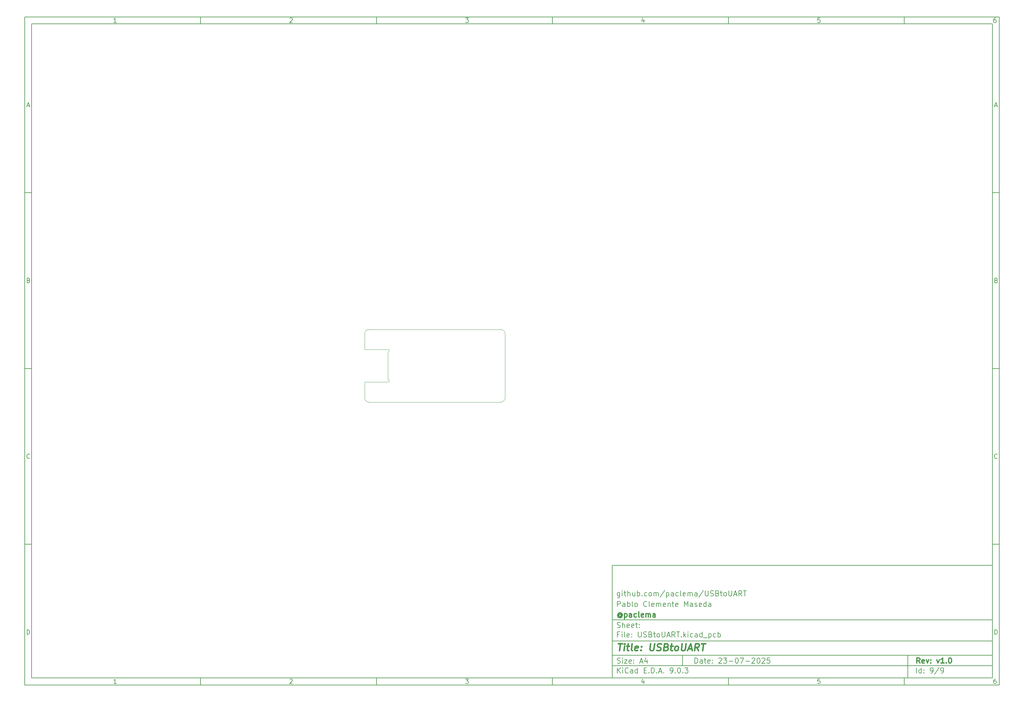
<source format=gm1>
G04 #@! TF.GenerationSoftware,KiCad,Pcbnew,9.0.3*
G04 #@! TF.CreationDate,2025-07-24T11:03:05+02:00*
G04 #@! TF.ProjectId,USBtoUART,55534274-6f55-4415-9254-2e6b69636164,v1.0*
G04 #@! TF.SameCoordinates,Original*
G04 #@! TF.FileFunction,Profile,NP*
%FSLAX46Y46*%
G04 Gerber Fmt 4.6, Leading zero omitted, Abs format (unit mm)*
G04 Created by KiCad (PCBNEW 9.0.3) date 2025-07-24 11:03:05*
%MOMM*%
%LPD*%
G01*
G04 APERTURE LIST*
%ADD10C,0.100000*%
%ADD11C,0.150000*%
%ADD12C,0.300000*%
%ADD13C,0.400000*%
G04 #@! TA.AperFunction,Profile*
%ADD14C,0.100000*%
G04 #@! TD*
G04 #@! TA.AperFunction,Profile*
%ADD15C,0.120000*%
G04 #@! TD*
G04 APERTURE END LIST*
D10*
D11*
X177002200Y-166007200D02*
X285002200Y-166007200D01*
X285002200Y-198007200D01*
X177002200Y-198007200D01*
X177002200Y-166007200D01*
D10*
D11*
X10000000Y-10000000D02*
X287002200Y-10000000D01*
X287002200Y-200007200D01*
X10000000Y-200007200D01*
X10000000Y-10000000D01*
D10*
D11*
X12000000Y-12000000D02*
X285002200Y-12000000D01*
X285002200Y-198007200D01*
X12000000Y-198007200D01*
X12000000Y-12000000D01*
D10*
D11*
X60000000Y-12000000D02*
X60000000Y-10000000D01*
D10*
D11*
X110000000Y-12000000D02*
X110000000Y-10000000D01*
D10*
D11*
X160000000Y-12000000D02*
X160000000Y-10000000D01*
D10*
D11*
X210000000Y-12000000D02*
X210000000Y-10000000D01*
D10*
D11*
X260000000Y-12000000D02*
X260000000Y-10000000D01*
D10*
D11*
X36089160Y-11593604D02*
X35346303Y-11593604D01*
X35717731Y-11593604D02*
X35717731Y-10293604D01*
X35717731Y-10293604D02*
X35593922Y-10479319D01*
X35593922Y-10479319D02*
X35470112Y-10603128D01*
X35470112Y-10603128D02*
X35346303Y-10665033D01*
D10*
D11*
X85346303Y-10417414D02*
X85408207Y-10355509D01*
X85408207Y-10355509D02*
X85532017Y-10293604D01*
X85532017Y-10293604D02*
X85841541Y-10293604D01*
X85841541Y-10293604D02*
X85965350Y-10355509D01*
X85965350Y-10355509D02*
X86027255Y-10417414D01*
X86027255Y-10417414D02*
X86089160Y-10541223D01*
X86089160Y-10541223D02*
X86089160Y-10665033D01*
X86089160Y-10665033D02*
X86027255Y-10850747D01*
X86027255Y-10850747D02*
X85284398Y-11593604D01*
X85284398Y-11593604D02*
X86089160Y-11593604D01*
D10*
D11*
X135284398Y-10293604D02*
X136089160Y-10293604D01*
X136089160Y-10293604D02*
X135655826Y-10788842D01*
X135655826Y-10788842D02*
X135841541Y-10788842D01*
X135841541Y-10788842D02*
X135965350Y-10850747D01*
X135965350Y-10850747D02*
X136027255Y-10912652D01*
X136027255Y-10912652D02*
X136089160Y-11036461D01*
X136089160Y-11036461D02*
X136089160Y-11345985D01*
X136089160Y-11345985D02*
X136027255Y-11469795D01*
X136027255Y-11469795D02*
X135965350Y-11531700D01*
X135965350Y-11531700D02*
X135841541Y-11593604D01*
X135841541Y-11593604D02*
X135470112Y-11593604D01*
X135470112Y-11593604D02*
X135346303Y-11531700D01*
X135346303Y-11531700D02*
X135284398Y-11469795D01*
D10*
D11*
X185965350Y-10726938D02*
X185965350Y-11593604D01*
X185655826Y-10231700D02*
X185346303Y-11160271D01*
X185346303Y-11160271D02*
X186151064Y-11160271D01*
D10*
D11*
X236027255Y-10293604D02*
X235408207Y-10293604D01*
X235408207Y-10293604D02*
X235346303Y-10912652D01*
X235346303Y-10912652D02*
X235408207Y-10850747D01*
X235408207Y-10850747D02*
X235532017Y-10788842D01*
X235532017Y-10788842D02*
X235841541Y-10788842D01*
X235841541Y-10788842D02*
X235965350Y-10850747D01*
X235965350Y-10850747D02*
X236027255Y-10912652D01*
X236027255Y-10912652D02*
X236089160Y-11036461D01*
X236089160Y-11036461D02*
X236089160Y-11345985D01*
X236089160Y-11345985D02*
X236027255Y-11469795D01*
X236027255Y-11469795D02*
X235965350Y-11531700D01*
X235965350Y-11531700D02*
X235841541Y-11593604D01*
X235841541Y-11593604D02*
X235532017Y-11593604D01*
X235532017Y-11593604D02*
X235408207Y-11531700D01*
X235408207Y-11531700D02*
X235346303Y-11469795D01*
D10*
D11*
X285965350Y-10293604D02*
X285717731Y-10293604D01*
X285717731Y-10293604D02*
X285593922Y-10355509D01*
X285593922Y-10355509D02*
X285532017Y-10417414D01*
X285532017Y-10417414D02*
X285408207Y-10603128D01*
X285408207Y-10603128D02*
X285346303Y-10850747D01*
X285346303Y-10850747D02*
X285346303Y-11345985D01*
X285346303Y-11345985D02*
X285408207Y-11469795D01*
X285408207Y-11469795D02*
X285470112Y-11531700D01*
X285470112Y-11531700D02*
X285593922Y-11593604D01*
X285593922Y-11593604D02*
X285841541Y-11593604D01*
X285841541Y-11593604D02*
X285965350Y-11531700D01*
X285965350Y-11531700D02*
X286027255Y-11469795D01*
X286027255Y-11469795D02*
X286089160Y-11345985D01*
X286089160Y-11345985D02*
X286089160Y-11036461D01*
X286089160Y-11036461D02*
X286027255Y-10912652D01*
X286027255Y-10912652D02*
X285965350Y-10850747D01*
X285965350Y-10850747D02*
X285841541Y-10788842D01*
X285841541Y-10788842D02*
X285593922Y-10788842D01*
X285593922Y-10788842D02*
X285470112Y-10850747D01*
X285470112Y-10850747D02*
X285408207Y-10912652D01*
X285408207Y-10912652D02*
X285346303Y-11036461D01*
D10*
D11*
X60000000Y-198007200D02*
X60000000Y-200007200D01*
D10*
D11*
X110000000Y-198007200D02*
X110000000Y-200007200D01*
D10*
D11*
X160000000Y-198007200D02*
X160000000Y-200007200D01*
D10*
D11*
X210000000Y-198007200D02*
X210000000Y-200007200D01*
D10*
D11*
X260000000Y-198007200D02*
X260000000Y-200007200D01*
D10*
D11*
X36089160Y-199600804D02*
X35346303Y-199600804D01*
X35717731Y-199600804D02*
X35717731Y-198300804D01*
X35717731Y-198300804D02*
X35593922Y-198486519D01*
X35593922Y-198486519D02*
X35470112Y-198610328D01*
X35470112Y-198610328D02*
X35346303Y-198672233D01*
D10*
D11*
X85346303Y-198424614D02*
X85408207Y-198362709D01*
X85408207Y-198362709D02*
X85532017Y-198300804D01*
X85532017Y-198300804D02*
X85841541Y-198300804D01*
X85841541Y-198300804D02*
X85965350Y-198362709D01*
X85965350Y-198362709D02*
X86027255Y-198424614D01*
X86027255Y-198424614D02*
X86089160Y-198548423D01*
X86089160Y-198548423D02*
X86089160Y-198672233D01*
X86089160Y-198672233D02*
X86027255Y-198857947D01*
X86027255Y-198857947D02*
X85284398Y-199600804D01*
X85284398Y-199600804D02*
X86089160Y-199600804D01*
D10*
D11*
X135284398Y-198300804D02*
X136089160Y-198300804D01*
X136089160Y-198300804D02*
X135655826Y-198796042D01*
X135655826Y-198796042D02*
X135841541Y-198796042D01*
X135841541Y-198796042D02*
X135965350Y-198857947D01*
X135965350Y-198857947D02*
X136027255Y-198919852D01*
X136027255Y-198919852D02*
X136089160Y-199043661D01*
X136089160Y-199043661D02*
X136089160Y-199353185D01*
X136089160Y-199353185D02*
X136027255Y-199476995D01*
X136027255Y-199476995D02*
X135965350Y-199538900D01*
X135965350Y-199538900D02*
X135841541Y-199600804D01*
X135841541Y-199600804D02*
X135470112Y-199600804D01*
X135470112Y-199600804D02*
X135346303Y-199538900D01*
X135346303Y-199538900D02*
X135284398Y-199476995D01*
D10*
D11*
X185965350Y-198734138D02*
X185965350Y-199600804D01*
X185655826Y-198238900D02*
X185346303Y-199167471D01*
X185346303Y-199167471D02*
X186151064Y-199167471D01*
D10*
D11*
X236027255Y-198300804D02*
X235408207Y-198300804D01*
X235408207Y-198300804D02*
X235346303Y-198919852D01*
X235346303Y-198919852D02*
X235408207Y-198857947D01*
X235408207Y-198857947D02*
X235532017Y-198796042D01*
X235532017Y-198796042D02*
X235841541Y-198796042D01*
X235841541Y-198796042D02*
X235965350Y-198857947D01*
X235965350Y-198857947D02*
X236027255Y-198919852D01*
X236027255Y-198919852D02*
X236089160Y-199043661D01*
X236089160Y-199043661D02*
X236089160Y-199353185D01*
X236089160Y-199353185D02*
X236027255Y-199476995D01*
X236027255Y-199476995D02*
X235965350Y-199538900D01*
X235965350Y-199538900D02*
X235841541Y-199600804D01*
X235841541Y-199600804D02*
X235532017Y-199600804D01*
X235532017Y-199600804D02*
X235408207Y-199538900D01*
X235408207Y-199538900D02*
X235346303Y-199476995D01*
D10*
D11*
X285965350Y-198300804D02*
X285717731Y-198300804D01*
X285717731Y-198300804D02*
X285593922Y-198362709D01*
X285593922Y-198362709D02*
X285532017Y-198424614D01*
X285532017Y-198424614D02*
X285408207Y-198610328D01*
X285408207Y-198610328D02*
X285346303Y-198857947D01*
X285346303Y-198857947D02*
X285346303Y-199353185D01*
X285346303Y-199353185D02*
X285408207Y-199476995D01*
X285408207Y-199476995D02*
X285470112Y-199538900D01*
X285470112Y-199538900D02*
X285593922Y-199600804D01*
X285593922Y-199600804D02*
X285841541Y-199600804D01*
X285841541Y-199600804D02*
X285965350Y-199538900D01*
X285965350Y-199538900D02*
X286027255Y-199476995D01*
X286027255Y-199476995D02*
X286089160Y-199353185D01*
X286089160Y-199353185D02*
X286089160Y-199043661D01*
X286089160Y-199043661D02*
X286027255Y-198919852D01*
X286027255Y-198919852D02*
X285965350Y-198857947D01*
X285965350Y-198857947D02*
X285841541Y-198796042D01*
X285841541Y-198796042D02*
X285593922Y-198796042D01*
X285593922Y-198796042D02*
X285470112Y-198857947D01*
X285470112Y-198857947D02*
X285408207Y-198919852D01*
X285408207Y-198919852D02*
X285346303Y-199043661D01*
D10*
D11*
X10000000Y-60000000D02*
X12000000Y-60000000D01*
D10*
D11*
X10000000Y-110000000D02*
X12000000Y-110000000D01*
D10*
D11*
X10000000Y-160000000D02*
X12000000Y-160000000D01*
D10*
D11*
X10690476Y-35222176D02*
X11309523Y-35222176D01*
X10566666Y-35593604D02*
X10999999Y-34293604D01*
X10999999Y-34293604D02*
X11433333Y-35593604D01*
D10*
D11*
X11092857Y-84912652D02*
X11278571Y-84974557D01*
X11278571Y-84974557D02*
X11340476Y-85036461D01*
X11340476Y-85036461D02*
X11402380Y-85160271D01*
X11402380Y-85160271D02*
X11402380Y-85345985D01*
X11402380Y-85345985D02*
X11340476Y-85469795D01*
X11340476Y-85469795D02*
X11278571Y-85531700D01*
X11278571Y-85531700D02*
X11154761Y-85593604D01*
X11154761Y-85593604D02*
X10659523Y-85593604D01*
X10659523Y-85593604D02*
X10659523Y-84293604D01*
X10659523Y-84293604D02*
X11092857Y-84293604D01*
X11092857Y-84293604D02*
X11216666Y-84355509D01*
X11216666Y-84355509D02*
X11278571Y-84417414D01*
X11278571Y-84417414D02*
X11340476Y-84541223D01*
X11340476Y-84541223D02*
X11340476Y-84665033D01*
X11340476Y-84665033D02*
X11278571Y-84788842D01*
X11278571Y-84788842D02*
X11216666Y-84850747D01*
X11216666Y-84850747D02*
X11092857Y-84912652D01*
X11092857Y-84912652D02*
X10659523Y-84912652D01*
D10*
D11*
X11402380Y-135469795D02*
X11340476Y-135531700D01*
X11340476Y-135531700D02*
X11154761Y-135593604D01*
X11154761Y-135593604D02*
X11030952Y-135593604D01*
X11030952Y-135593604D02*
X10845238Y-135531700D01*
X10845238Y-135531700D02*
X10721428Y-135407890D01*
X10721428Y-135407890D02*
X10659523Y-135284080D01*
X10659523Y-135284080D02*
X10597619Y-135036461D01*
X10597619Y-135036461D02*
X10597619Y-134850747D01*
X10597619Y-134850747D02*
X10659523Y-134603128D01*
X10659523Y-134603128D02*
X10721428Y-134479319D01*
X10721428Y-134479319D02*
X10845238Y-134355509D01*
X10845238Y-134355509D02*
X11030952Y-134293604D01*
X11030952Y-134293604D02*
X11154761Y-134293604D01*
X11154761Y-134293604D02*
X11340476Y-134355509D01*
X11340476Y-134355509D02*
X11402380Y-134417414D01*
D10*
D11*
X10659523Y-185593604D02*
X10659523Y-184293604D01*
X10659523Y-184293604D02*
X10969047Y-184293604D01*
X10969047Y-184293604D02*
X11154761Y-184355509D01*
X11154761Y-184355509D02*
X11278571Y-184479319D01*
X11278571Y-184479319D02*
X11340476Y-184603128D01*
X11340476Y-184603128D02*
X11402380Y-184850747D01*
X11402380Y-184850747D02*
X11402380Y-185036461D01*
X11402380Y-185036461D02*
X11340476Y-185284080D01*
X11340476Y-185284080D02*
X11278571Y-185407890D01*
X11278571Y-185407890D02*
X11154761Y-185531700D01*
X11154761Y-185531700D02*
X10969047Y-185593604D01*
X10969047Y-185593604D02*
X10659523Y-185593604D01*
D10*
D11*
X287002200Y-60000000D02*
X285002200Y-60000000D01*
D10*
D11*
X287002200Y-110000000D02*
X285002200Y-110000000D01*
D10*
D11*
X287002200Y-160000000D02*
X285002200Y-160000000D01*
D10*
D11*
X285692676Y-35222176D02*
X286311723Y-35222176D01*
X285568866Y-35593604D02*
X286002199Y-34293604D01*
X286002199Y-34293604D02*
X286435533Y-35593604D01*
D10*
D11*
X286095057Y-84912652D02*
X286280771Y-84974557D01*
X286280771Y-84974557D02*
X286342676Y-85036461D01*
X286342676Y-85036461D02*
X286404580Y-85160271D01*
X286404580Y-85160271D02*
X286404580Y-85345985D01*
X286404580Y-85345985D02*
X286342676Y-85469795D01*
X286342676Y-85469795D02*
X286280771Y-85531700D01*
X286280771Y-85531700D02*
X286156961Y-85593604D01*
X286156961Y-85593604D02*
X285661723Y-85593604D01*
X285661723Y-85593604D02*
X285661723Y-84293604D01*
X285661723Y-84293604D02*
X286095057Y-84293604D01*
X286095057Y-84293604D02*
X286218866Y-84355509D01*
X286218866Y-84355509D02*
X286280771Y-84417414D01*
X286280771Y-84417414D02*
X286342676Y-84541223D01*
X286342676Y-84541223D02*
X286342676Y-84665033D01*
X286342676Y-84665033D02*
X286280771Y-84788842D01*
X286280771Y-84788842D02*
X286218866Y-84850747D01*
X286218866Y-84850747D02*
X286095057Y-84912652D01*
X286095057Y-84912652D02*
X285661723Y-84912652D01*
D10*
D11*
X286404580Y-135469795D02*
X286342676Y-135531700D01*
X286342676Y-135531700D02*
X286156961Y-135593604D01*
X286156961Y-135593604D02*
X286033152Y-135593604D01*
X286033152Y-135593604D02*
X285847438Y-135531700D01*
X285847438Y-135531700D02*
X285723628Y-135407890D01*
X285723628Y-135407890D02*
X285661723Y-135284080D01*
X285661723Y-135284080D02*
X285599819Y-135036461D01*
X285599819Y-135036461D02*
X285599819Y-134850747D01*
X285599819Y-134850747D02*
X285661723Y-134603128D01*
X285661723Y-134603128D02*
X285723628Y-134479319D01*
X285723628Y-134479319D02*
X285847438Y-134355509D01*
X285847438Y-134355509D02*
X286033152Y-134293604D01*
X286033152Y-134293604D02*
X286156961Y-134293604D01*
X286156961Y-134293604D02*
X286342676Y-134355509D01*
X286342676Y-134355509D02*
X286404580Y-134417414D01*
D10*
D11*
X285661723Y-185593604D02*
X285661723Y-184293604D01*
X285661723Y-184293604D02*
X285971247Y-184293604D01*
X285971247Y-184293604D02*
X286156961Y-184355509D01*
X286156961Y-184355509D02*
X286280771Y-184479319D01*
X286280771Y-184479319D02*
X286342676Y-184603128D01*
X286342676Y-184603128D02*
X286404580Y-184850747D01*
X286404580Y-184850747D02*
X286404580Y-185036461D01*
X286404580Y-185036461D02*
X286342676Y-185284080D01*
X286342676Y-185284080D02*
X286280771Y-185407890D01*
X286280771Y-185407890D02*
X286156961Y-185531700D01*
X286156961Y-185531700D02*
X285971247Y-185593604D01*
X285971247Y-185593604D02*
X285661723Y-185593604D01*
D10*
D11*
X200458026Y-193793328D02*
X200458026Y-192293328D01*
X200458026Y-192293328D02*
X200815169Y-192293328D01*
X200815169Y-192293328D02*
X201029455Y-192364757D01*
X201029455Y-192364757D02*
X201172312Y-192507614D01*
X201172312Y-192507614D02*
X201243741Y-192650471D01*
X201243741Y-192650471D02*
X201315169Y-192936185D01*
X201315169Y-192936185D02*
X201315169Y-193150471D01*
X201315169Y-193150471D02*
X201243741Y-193436185D01*
X201243741Y-193436185D02*
X201172312Y-193579042D01*
X201172312Y-193579042D02*
X201029455Y-193721900D01*
X201029455Y-193721900D02*
X200815169Y-193793328D01*
X200815169Y-193793328D02*
X200458026Y-193793328D01*
X202600884Y-193793328D02*
X202600884Y-193007614D01*
X202600884Y-193007614D02*
X202529455Y-192864757D01*
X202529455Y-192864757D02*
X202386598Y-192793328D01*
X202386598Y-192793328D02*
X202100884Y-192793328D01*
X202100884Y-192793328D02*
X201958026Y-192864757D01*
X202600884Y-193721900D02*
X202458026Y-193793328D01*
X202458026Y-193793328D02*
X202100884Y-193793328D01*
X202100884Y-193793328D02*
X201958026Y-193721900D01*
X201958026Y-193721900D02*
X201886598Y-193579042D01*
X201886598Y-193579042D02*
X201886598Y-193436185D01*
X201886598Y-193436185D02*
X201958026Y-193293328D01*
X201958026Y-193293328D02*
X202100884Y-193221900D01*
X202100884Y-193221900D02*
X202458026Y-193221900D01*
X202458026Y-193221900D02*
X202600884Y-193150471D01*
X203100884Y-192793328D02*
X203672312Y-192793328D01*
X203315169Y-192293328D02*
X203315169Y-193579042D01*
X203315169Y-193579042D02*
X203386598Y-193721900D01*
X203386598Y-193721900D02*
X203529455Y-193793328D01*
X203529455Y-193793328D02*
X203672312Y-193793328D01*
X204743741Y-193721900D02*
X204600884Y-193793328D01*
X204600884Y-193793328D02*
X204315170Y-193793328D01*
X204315170Y-193793328D02*
X204172312Y-193721900D01*
X204172312Y-193721900D02*
X204100884Y-193579042D01*
X204100884Y-193579042D02*
X204100884Y-193007614D01*
X204100884Y-193007614D02*
X204172312Y-192864757D01*
X204172312Y-192864757D02*
X204315170Y-192793328D01*
X204315170Y-192793328D02*
X204600884Y-192793328D01*
X204600884Y-192793328D02*
X204743741Y-192864757D01*
X204743741Y-192864757D02*
X204815170Y-193007614D01*
X204815170Y-193007614D02*
X204815170Y-193150471D01*
X204815170Y-193150471D02*
X204100884Y-193293328D01*
X205458026Y-193650471D02*
X205529455Y-193721900D01*
X205529455Y-193721900D02*
X205458026Y-193793328D01*
X205458026Y-193793328D02*
X205386598Y-193721900D01*
X205386598Y-193721900D02*
X205458026Y-193650471D01*
X205458026Y-193650471D02*
X205458026Y-193793328D01*
X205458026Y-192864757D02*
X205529455Y-192936185D01*
X205529455Y-192936185D02*
X205458026Y-193007614D01*
X205458026Y-193007614D02*
X205386598Y-192936185D01*
X205386598Y-192936185D02*
X205458026Y-192864757D01*
X205458026Y-192864757D02*
X205458026Y-193007614D01*
X207243741Y-192436185D02*
X207315169Y-192364757D01*
X207315169Y-192364757D02*
X207458027Y-192293328D01*
X207458027Y-192293328D02*
X207815169Y-192293328D01*
X207815169Y-192293328D02*
X207958027Y-192364757D01*
X207958027Y-192364757D02*
X208029455Y-192436185D01*
X208029455Y-192436185D02*
X208100884Y-192579042D01*
X208100884Y-192579042D02*
X208100884Y-192721900D01*
X208100884Y-192721900D02*
X208029455Y-192936185D01*
X208029455Y-192936185D02*
X207172312Y-193793328D01*
X207172312Y-193793328D02*
X208100884Y-193793328D01*
X208600883Y-192293328D02*
X209529455Y-192293328D01*
X209529455Y-192293328D02*
X209029455Y-192864757D01*
X209029455Y-192864757D02*
X209243740Y-192864757D01*
X209243740Y-192864757D02*
X209386598Y-192936185D01*
X209386598Y-192936185D02*
X209458026Y-193007614D01*
X209458026Y-193007614D02*
X209529455Y-193150471D01*
X209529455Y-193150471D02*
X209529455Y-193507614D01*
X209529455Y-193507614D02*
X209458026Y-193650471D01*
X209458026Y-193650471D02*
X209386598Y-193721900D01*
X209386598Y-193721900D02*
X209243740Y-193793328D01*
X209243740Y-193793328D02*
X208815169Y-193793328D01*
X208815169Y-193793328D02*
X208672312Y-193721900D01*
X208672312Y-193721900D02*
X208600883Y-193650471D01*
X210172311Y-193221900D02*
X211315169Y-193221900D01*
X212315169Y-192293328D02*
X212458026Y-192293328D01*
X212458026Y-192293328D02*
X212600883Y-192364757D01*
X212600883Y-192364757D02*
X212672312Y-192436185D01*
X212672312Y-192436185D02*
X212743740Y-192579042D01*
X212743740Y-192579042D02*
X212815169Y-192864757D01*
X212815169Y-192864757D02*
X212815169Y-193221900D01*
X212815169Y-193221900D02*
X212743740Y-193507614D01*
X212743740Y-193507614D02*
X212672312Y-193650471D01*
X212672312Y-193650471D02*
X212600883Y-193721900D01*
X212600883Y-193721900D02*
X212458026Y-193793328D01*
X212458026Y-193793328D02*
X212315169Y-193793328D01*
X212315169Y-193793328D02*
X212172312Y-193721900D01*
X212172312Y-193721900D02*
X212100883Y-193650471D01*
X212100883Y-193650471D02*
X212029454Y-193507614D01*
X212029454Y-193507614D02*
X211958026Y-193221900D01*
X211958026Y-193221900D02*
X211958026Y-192864757D01*
X211958026Y-192864757D02*
X212029454Y-192579042D01*
X212029454Y-192579042D02*
X212100883Y-192436185D01*
X212100883Y-192436185D02*
X212172312Y-192364757D01*
X212172312Y-192364757D02*
X212315169Y-192293328D01*
X213315168Y-192293328D02*
X214315168Y-192293328D01*
X214315168Y-192293328D02*
X213672311Y-193793328D01*
X214886596Y-193221900D02*
X216029454Y-193221900D01*
X216672311Y-192436185D02*
X216743739Y-192364757D01*
X216743739Y-192364757D02*
X216886597Y-192293328D01*
X216886597Y-192293328D02*
X217243739Y-192293328D01*
X217243739Y-192293328D02*
X217386597Y-192364757D01*
X217386597Y-192364757D02*
X217458025Y-192436185D01*
X217458025Y-192436185D02*
X217529454Y-192579042D01*
X217529454Y-192579042D02*
X217529454Y-192721900D01*
X217529454Y-192721900D02*
X217458025Y-192936185D01*
X217458025Y-192936185D02*
X216600882Y-193793328D01*
X216600882Y-193793328D02*
X217529454Y-193793328D01*
X218458025Y-192293328D02*
X218600882Y-192293328D01*
X218600882Y-192293328D02*
X218743739Y-192364757D01*
X218743739Y-192364757D02*
X218815168Y-192436185D01*
X218815168Y-192436185D02*
X218886596Y-192579042D01*
X218886596Y-192579042D02*
X218958025Y-192864757D01*
X218958025Y-192864757D02*
X218958025Y-193221900D01*
X218958025Y-193221900D02*
X218886596Y-193507614D01*
X218886596Y-193507614D02*
X218815168Y-193650471D01*
X218815168Y-193650471D02*
X218743739Y-193721900D01*
X218743739Y-193721900D02*
X218600882Y-193793328D01*
X218600882Y-193793328D02*
X218458025Y-193793328D01*
X218458025Y-193793328D02*
X218315168Y-193721900D01*
X218315168Y-193721900D02*
X218243739Y-193650471D01*
X218243739Y-193650471D02*
X218172310Y-193507614D01*
X218172310Y-193507614D02*
X218100882Y-193221900D01*
X218100882Y-193221900D02*
X218100882Y-192864757D01*
X218100882Y-192864757D02*
X218172310Y-192579042D01*
X218172310Y-192579042D02*
X218243739Y-192436185D01*
X218243739Y-192436185D02*
X218315168Y-192364757D01*
X218315168Y-192364757D02*
X218458025Y-192293328D01*
X219529453Y-192436185D02*
X219600881Y-192364757D01*
X219600881Y-192364757D02*
X219743739Y-192293328D01*
X219743739Y-192293328D02*
X220100881Y-192293328D01*
X220100881Y-192293328D02*
X220243739Y-192364757D01*
X220243739Y-192364757D02*
X220315167Y-192436185D01*
X220315167Y-192436185D02*
X220386596Y-192579042D01*
X220386596Y-192579042D02*
X220386596Y-192721900D01*
X220386596Y-192721900D02*
X220315167Y-192936185D01*
X220315167Y-192936185D02*
X219458024Y-193793328D01*
X219458024Y-193793328D02*
X220386596Y-193793328D01*
X221743738Y-192293328D02*
X221029452Y-192293328D01*
X221029452Y-192293328D02*
X220958024Y-193007614D01*
X220958024Y-193007614D02*
X221029452Y-192936185D01*
X221029452Y-192936185D02*
X221172310Y-192864757D01*
X221172310Y-192864757D02*
X221529452Y-192864757D01*
X221529452Y-192864757D02*
X221672310Y-192936185D01*
X221672310Y-192936185D02*
X221743738Y-193007614D01*
X221743738Y-193007614D02*
X221815167Y-193150471D01*
X221815167Y-193150471D02*
X221815167Y-193507614D01*
X221815167Y-193507614D02*
X221743738Y-193650471D01*
X221743738Y-193650471D02*
X221672310Y-193721900D01*
X221672310Y-193721900D02*
X221529452Y-193793328D01*
X221529452Y-193793328D02*
X221172310Y-193793328D01*
X221172310Y-193793328D02*
X221029452Y-193721900D01*
X221029452Y-193721900D02*
X220958024Y-193650471D01*
D10*
D11*
X177002200Y-194507200D02*
X285002200Y-194507200D01*
D10*
D11*
X178458026Y-196593328D02*
X178458026Y-195093328D01*
X179315169Y-196593328D02*
X178672312Y-195736185D01*
X179315169Y-195093328D02*
X178458026Y-195950471D01*
X179958026Y-196593328D02*
X179958026Y-195593328D01*
X179958026Y-195093328D02*
X179886598Y-195164757D01*
X179886598Y-195164757D02*
X179958026Y-195236185D01*
X179958026Y-195236185D02*
X180029455Y-195164757D01*
X180029455Y-195164757D02*
X179958026Y-195093328D01*
X179958026Y-195093328D02*
X179958026Y-195236185D01*
X181529455Y-196450471D02*
X181458027Y-196521900D01*
X181458027Y-196521900D02*
X181243741Y-196593328D01*
X181243741Y-196593328D02*
X181100884Y-196593328D01*
X181100884Y-196593328D02*
X180886598Y-196521900D01*
X180886598Y-196521900D02*
X180743741Y-196379042D01*
X180743741Y-196379042D02*
X180672312Y-196236185D01*
X180672312Y-196236185D02*
X180600884Y-195950471D01*
X180600884Y-195950471D02*
X180600884Y-195736185D01*
X180600884Y-195736185D02*
X180672312Y-195450471D01*
X180672312Y-195450471D02*
X180743741Y-195307614D01*
X180743741Y-195307614D02*
X180886598Y-195164757D01*
X180886598Y-195164757D02*
X181100884Y-195093328D01*
X181100884Y-195093328D02*
X181243741Y-195093328D01*
X181243741Y-195093328D02*
X181458027Y-195164757D01*
X181458027Y-195164757D02*
X181529455Y-195236185D01*
X182815170Y-196593328D02*
X182815170Y-195807614D01*
X182815170Y-195807614D02*
X182743741Y-195664757D01*
X182743741Y-195664757D02*
X182600884Y-195593328D01*
X182600884Y-195593328D02*
X182315170Y-195593328D01*
X182315170Y-195593328D02*
X182172312Y-195664757D01*
X182815170Y-196521900D02*
X182672312Y-196593328D01*
X182672312Y-196593328D02*
X182315170Y-196593328D01*
X182315170Y-196593328D02*
X182172312Y-196521900D01*
X182172312Y-196521900D02*
X182100884Y-196379042D01*
X182100884Y-196379042D02*
X182100884Y-196236185D01*
X182100884Y-196236185D02*
X182172312Y-196093328D01*
X182172312Y-196093328D02*
X182315170Y-196021900D01*
X182315170Y-196021900D02*
X182672312Y-196021900D01*
X182672312Y-196021900D02*
X182815170Y-195950471D01*
X184172313Y-196593328D02*
X184172313Y-195093328D01*
X184172313Y-196521900D02*
X184029455Y-196593328D01*
X184029455Y-196593328D02*
X183743741Y-196593328D01*
X183743741Y-196593328D02*
X183600884Y-196521900D01*
X183600884Y-196521900D02*
X183529455Y-196450471D01*
X183529455Y-196450471D02*
X183458027Y-196307614D01*
X183458027Y-196307614D02*
X183458027Y-195879042D01*
X183458027Y-195879042D02*
X183529455Y-195736185D01*
X183529455Y-195736185D02*
X183600884Y-195664757D01*
X183600884Y-195664757D02*
X183743741Y-195593328D01*
X183743741Y-195593328D02*
X184029455Y-195593328D01*
X184029455Y-195593328D02*
X184172313Y-195664757D01*
X186029455Y-195807614D02*
X186529455Y-195807614D01*
X186743741Y-196593328D02*
X186029455Y-196593328D01*
X186029455Y-196593328D02*
X186029455Y-195093328D01*
X186029455Y-195093328D02*
X186743741Y-195093328D01*
X187386598Y-196450471D02*
X187458027Y-196521900D01*
X187458027Y-196521900D02*
X187386598Y-196593328D01*
X187386598Y-196593328D02*
X187315170Y-196521900D01*
X187315170Y-196521900D02*
X187386598Y-196450471D01*
X187386598Y-196450471D02*
X187386598Y-196593328D01*
X188100884Y-196593328D02*
X188100884Y-195093328D01*
X188100884Y-195093328D02*
X188458027Y-195093328D01*
X188458027Y-195093328D02*
X188672313Y-195164757D01*
X188672313Y-195164757D02*
X188815170Y-195307614D01*
X188815170Y-195307614D02*
X188886599Y-195450471D01*
X188886599Y-195450471D02*
X188958027Y-195736185D01*
X188958027Y-195736185D02*
X188958027Y-195950471D01*
X188958027Y-195950471D02*
X188886599Y-196236185D01*
X188886599Y-196236185D02*
X188815170Y-196379042D01*
X188815170Y-196379042D02*
X188672313Y-196521900D01*
X188672313Y-196521900D02*
X188458027Y-196593328D01*
X188458027Y-196593328D02*
X188100884Y-196593328D01*
X189600884Y-196450471D02*
X189672313Y-196521900D01*
X189672313Y-196521900D02*
X189600884Y-196593328D01*
X189600884Y-196593328D02*
X189529456Y-196521900D01*
X189529456Y-196521900D02*
X189600884Y-196450471D01*
X189600884Y-196450471D02*
X189600884Y-196593328D01*
X190243742Y-196164757D02*
X190958028Y-196164757D01*
X190100885Y-196593328D02*
X190600885Y-195093328D01*
X190600885Y-195093328D02*
X191100885Y-196593328D01*
X191600884Y-196450471D02*
X191672313Y-196521900D01*
X191672313Y-196521900D02*
X191600884Y-196593328D01*
X191600884Y-196593328D02*
X191529456Y-196521900D01*
X191529456Y-196521900D02*
X191600884Y-196450471D01*
X191600884Y-196450471D02*
X191600884Y-196593328D01*
X193529456Y-196593328D02*
X193815170Y-196593328D01*
X193815170Y-196593328D02*
X193958027Y-196521900D01*
X193958027Y-196521900D02*
X194029456Y-196450471D01*
X194029456Y-196450471D02*
X194172313Y-196236185D01*
X194172313Y-196236185D02*
X194243742Y-195950471D01*
X194243742Y-195950471D02*
X194243742Y-195379042D01*
X194243742Y-195379042D02*
X194172313Y-195236185D01*
X194172313Y-195236185D02*
X194100885Y-195164757D01*
X194100885Y-195164757D02*
X193958027Y-195093328D01*
X193958027Y-195093328D02*
X193672313Y-195093328D01*
X193672313Y-195093328D02*
X193529456Y-195164757D01*
X193529456Y-195164757D02*
X193458027Y-195236185D01*
X193458027Y-195236185D02*
X193386599Y-195379042D01*
X193386599Y-195379042D02*
X193386599Y-195736185D01*
X193386599Y-195736185D02*
X193458027Y-195879042D01*
X193458027Y-195879042D02*
X193529456Y-195950471D01*
X193529456Y-195950471D02*
X193672313Y-196021900D01*
X193672313Y-196021900D02*
X193958027Y-196021900D01*
X193958027Y-196021900D02*
X194100885Y-195950471D01*
X194100885Y-195950471D02*
X194172313Y-195879042D01*
X194172313Y-195879042D02*
X194243742Y-195736185D01*
X194886598Y-196450471D02*
X194958027Y-196521900D01*
X194958027Y-196521900D02*
X194886598Y-196593328D01*
X194886598Y-196593328D02*
X194815170Y-196521900D01*
X194815170Y-196521900D02*
X194886598Y-196450471D01*
X194886598Y-196450471D02*
X194886598Y-196593328D01*
X195886599Y-195093328D02*
X196029456Y-195093328D01*
X196029456Y-195093328D02*
X196172313Y-195164757D01*
X196172313Y-195164757D02*
X196243742Y-195236185D01*
X196243742Y-195236185D02*
X196315170Y-195379042D01*
X196315170Y-195379042D02*
X196386599Y-195664757D01*
X196386599Y-195664757D02*
X196386599Y-196021900D01*
X196386599Y-196021900D02*
X196315170Y-196307614D01*
X196315170Y-196307614D02*
X196243742Y-196450471D01*
X196243742Y-196450471D02*
X196172313Y-196521900D01*
X196172313Y-196521900D02*
X196029456Y-196593328D01*
X196029456Y-196593328D02*
X195886599Y-196593328D01*
X195886599Y-196593328D02*
X195743742Y-196521900D01*
X195743742Y-196521900D02*
X195672313Y-196450471D01*
X195672313Y-196450471D02*
X195600884Y-196307614D01*
X195600884Y-196307614D02*
X195529456Y-196021900D01*
X195529456Y-196021900D02*
X195529456Y-195664757D01*
X195529456Y-195664757D02*
X195600884Y-195379042D01*
X195600884Y-195379042D02*
X195672313Y-195236185D01*
X195672313Y-195236185D02*
X195743742Y-195164757D01*
X195743742Y-195164757D02*
X195886599Y-195093328D01*
X197029455Y-196450471D02*
X197100884Y-196521900D01*
X197100884Y-196521900D02*
X197029455Y-196593328D01*
X197029455Y-196593328D02*
X196958027Y-196521900D01*
X196958027Y-196521900D02*
X197029455Y-196450471D01*
X197029455Y-196450471D02*
X197029455Y-196593328D01*
X197600884Y-195093328D02*
X198529456Y-195093328D01*
X198529456Y-195093328D02*
X198029456Y-195664757D01*
X198029456Y-195664757D02*
X198243741Y-195664757D01*
X198243741Y-195664757D02*
X198386599Y-195736185D01*
X198386599Y-195736185D02*
X198458027Y-195807614D01*
X198458027Y-195807614D02*
X198529456Y-195950471D01*
X198529456Y-195950471D02*
X198529456Y-196307614D01*
X198529456Y-196307614D02*
X198458027Y-196450471D01*
X198458027Y-196450471D02*
X198386599Y-196521900D01*
X198386599Y-196521900D02*
X198243741Y-196593328D01*
X198243741Y-196593328D02*
X197815170Y-196593328D01*
X197815170Y-196593328D02*
X197672313Y-196521900D01*
X197672313Y-196521900D02*
X197600884Y-196450471D01*
D10*
D11*
X177002200Y-191507200D02*
X285002200Y-191507200D01*
D10*
D12*
X264413853Y-193785528D02*
X263913853Y-193071242D01*
X263556710Y-193785528D02*
X263556710Y-192285528D01*
X263556710Y-192285528D02*
X264128139Y-192285528D01*
X264128139Y-192285528D02*
X264270996Y-192356957D01*
X264270996Y-192356957D02*
X264342425Y-192428385D01*
X264342425Y-192428385D02*
X264413853Y-192571242D01*
X264413853Y-192571242D02*
X264413853Y-192785528D01*
X264413853Y-192785528D02*
X264342425Y-192928385D01*
X264342425Y-192928385D02*
X264270996Y-192999814D01*
X264270996Y-192999814D02*
X264128139Y-193071242D01*
X264128139Y-193071242D02*
X263556710Y-193071242D01*
X265628139Y-193714100D02*
X265485282Y-193785528D01*
X265485282Y-193785528D02*
X265199568Y-193785528D01*
X265199568Y-193785528D02*
X265056710Y-193714100D01*
X265056710Y-193714100D02*
X264985282Y-193571242D01*
X264985282Y-193571242D02*
X264985282Y-192999814D01*
X264985282Y-192999814D02*
X265056710Y-192856957D01*
X265056710Y-192856957D02*
X265199568Y-192785528D01*
X265199568Y-192785528D02*
X265485282Y-192785528D01*
X265485282Y-192785528D02*
X265628139Y-192856957D01*
X265628139Y-192856957D02*
X265699568Y-192999814D01*
X265699568Y-192999814D02*
X265699568Y-193142671D01*
X265699568Y-193142671D02*
X264985282Y-193285528D01*
X266199567Y-192785528D02*
X266556710Y-193785528D01*
X266556710Y-193785528D02*
X266913853Y-192785528D01*
X267485281Y-193642671D02*
X267556710Y-193714100D01*
X267556710Y-193714100D02*
X267485281Y-193785528D01*
X267485281Y-193785528D02*
X267413853Y-193714100D01*
X267413853Y-193714100D02*
X267485281Y-193642671D01*
X267485281Y-193642671D02*
X267485281Y-193785528D01*
X267485281Y-192856957D02*
X267556710Y-192928385D01*
X267556710Y-192928385D02*
X267485281Y-192999814D01*
X267485281Y-192999814D02*
X267413853Y-192928385D01*
X267413853Y-192928385D02*
X267485281Y-192856957D01*
X267485281Y-192856957D02*
X267485281Y-192999814D01*
X269199567Y-192785528D02*
X269556710Y-193785528D01*
X269556710Y-193785528D02*
X269913853Y-192785528D01*
X271270996Y-193785528D02*
X270413853Y-193785528D01*
X270842424Y-193785528D02*
X270842424Y-192285528D01*
X270842424Y-192285528D02*
X270699567Y-192499814D01*
X270699567Y-192499814D02*
X270556710Y-192642671D01*
X270556710Y-192642671D02*
X270413853Y-192714100D01*
X271913852Y-193642671D02*
X271985281Y-193714100D01*
X271985281Y-193714100D02*
X271913852Y-193785528D01*
X271913852Y-193785528D02*
X271842424Y-193714100D01*
X271842424Y-193714100D02*
X271913852Y-193642671D01*
X271913852Y-193642671D02*
X271913852Y-193785528D01*
X272913853Y-192285528D02*
X273056710Y-192285528D01*
X273056710Y-192285528D02*
X273199567Y-192356957D01*
X273199567Y-192356957D02*
X273270996Y-192428385D01*
X273270996Y-192428385D02*
X273342424Y-192571242D01*
X273342424Y-192571242D02*
X273413853Y-192856957D01*
X273413853Y-192856957D02*
X273413853Y-193214100D01*
X273413853Y-193214100D02*
X273342424Y-193499814D01*
X273342424Y-193499814D02*
X273270996Y-193642671D01*
X273270996Y-193642671D02*
X273199567Y-193714100D01*
X273199567Y-193714100D02*
X273056710Y-193785528D01*
X273056710Y-193785528D02*
X272913853Y-193785528D01*
X272913853Y-193785528D02*
X272770996Y-193714100D01*
X272770996Y-193714100D02*
X272699567Y-193642671D01*
X272699567Y-193642671D02*
X272628138Y-193499814D01*
X272628138Y-193499814D02*
X272556710Y-193214100D01*
X272556710Y-193214100D02*
X272556710Y-192856957D01*
X272556710Y-192856957D02*
X272628138Y-192571242D01*
X272628138Y-192571242D02*
X272699567Y-192428385D01*
X272699567Y-192428385D02*
X272770996Y-192356957D01*
X272770996Y-192356957D02*
X272913853Y-192285528D01*
D10*
D11*
X178386598Y-193721900D02*
X178600884Y-193793328D01*
X178600884Y-193793328D02*
X178958026Y-193793328D01*
X178958026Y-193793328D02*
X179100884Y-193721900D01*
X179100884Y-193721900D02*
X179172312Y-193650471D01*
X179172312Y-193650471D02*
X179243741Y-193507614D01*
X179243741Y-193507614D02*
X179243741Y-193364757D01*
X179243741Y-193364757D02*
X179172312Y-193221900D01*
X179172312Y-193221900D02*
X179100884Y-193150471D01*
X179100884Y-193150471D02*
X178958026Y-193079042D01*
X178958026Y-193079042D02*
X178672312Y-193007614D01*
X178672312Y-193007614D02*
X178529455Y-192936185D01*
X178529455Y-192936185D02*
X178458026Y-192864757D01*
X178458026Y-192864757D02*
X178386598Y-192721900D01*
X178386598Y-192721900D02*
X178386598Y-192579042D01*
X178386598Y-192579042D02*
X178458026Y-192436185D01*
X178458026Y-192436185D02*
X178529455Y-192364757D01*
X178529455Y-192364757D02*
X178672312Y-192293328D01*
X178672312Y-192293328D02*
X179029455Y-192293328D01*
X179029455Y-192293328D02*
X179243741Y-192364757D01*
X179886597Y-193793328D02*
X179886597Y-192793328D01*
X179886597Y-192293328D02*
X179815169Y-192364757D01*
X179815169Y-192364757D02*
X179886597Y-192436185D01*
X179886597Y-192436185D02*
X179958026Y-192364757D01*
X179958026Y-192364757D02*
X179886597Y-192293328D01*
X179886597Y-192293328D02*
X179886597Y-192436185D01*
X180458026Y-192793328D02*
X181243741Y-192793328D01*
X181243741Y-192793328D02*
X180458026Y-193793328D01*
X180458026Y-193793328D02*
X181243741Y-193793328D01*
X182386598Y-193721900D02*
X182243741Y-193793328D01*
X182243741Y-193793328D02*
X181958027Y-193793328D01*
X181958027Y-193793328D02*
X181815169Y-193721900D01*
X181815169Y-193721900D02*
X181743741Y-193579042D01*
X181743741Y-193579042D02*
X181743741Y-193007614D01*
X181743741Y-193007614D02*
X181815169Y-192864757D01*
X181815169Y-192864757D02*
X181958027Y-192793328D01*
X181958027Y-192793328D02*
X182243741Y-192793328D01*
X182243741Y-192793328D02*
X182386598Y-192864757D01*
X182386598Y-192864757D02*
X182458027Y-193007614D01*
X182458027Y-193007614D02*
X182458027Y-193150471D01*
X182458027Y-193150471D02*
X181743741Y-193293328D01*
X183100883Y-193650471D02*
X183172312Y-193721900D01*
X183172312Y-193721900D02*
X183100883Y-193793328D01*
X183100883Y-193793328D02*
X183029455Y-193721900D01*
X183029455Y-193721900D02*
X183100883Y-193650471D01*
X183100883Y-193650471D02*
X183100883Y-193793328D01*
X183100883Y-192864757D02*
X183172312Y-192936185D01*
X183172312Y-192936185D02*
X183100883Y-193007614D01*
X183100883Y-193007614D02*
X183029455Y-192936185D01*
X183029455Y-192936185D02*
X183100883Y-192864757D01*
X183100883Y-192864757D02*
X183100883Y-193007614D01*
X184886598Y-193364757D02*
X185600884Y-193364757D01*
X184743741Y-193793328D02*
X185243741Y-192293328D01*
X185243741Y-192293328D02*
X185743741Y-193793328D01*
X186886598Y-192793328D02*
X186886598Y-193793328D01*
X186529455Y-192221900D02*
X186172312Y-193293328D01*
X186172312Y-193293328D02*
X187100883Y-193293328D01*
D10*
D11*
X263458026Y-196593328D02*
X263458026Y-195093328D01*
X264815170Y-196593328D02*
X264815170Y-195093328D01*
X264815170Y-196521900D02*
X264672312Y-196593328D01*
X264672312Y-196593328D02*
X264386598Y-196593328D01*
X264386598Y-196593328D02*
X264243741Y-196521900D01*
X264243741Y-196521900D02*
X264172312Y-196450471D01*
X264172312Y-196450471D02*
X264100884Y-196307614D01*
X264100884Y-196307614D02*
X264100884Y-195879042D01*
X264100884Y-195879042D02*
X264172312Y-195736185D01*
X264172312Y-195736185D02*
X264243741Y-195664757D01*
X264243741Y-195664757D02*
X264386598Y-195593328D01*
X264386598Y-195593328D02*
X264672312Y-195593328D01*
X264672312Y-195593328D02*
X264815170Y-195664757D01*
X265529455Y-196450471D02*
X265600884Y-196521900D01*
X265600884Y-196521900D02*
X265529455Y-196593328D01*
X265529455Y-196593328D02*
X265458027Y-196521900D01*
X265458027Y-196521900D02*
X265529455Y-196450471D01*
X265529455Y-196450471D02*
X265529455Y-196593328D01*
X265529455Y-195664757D02*
X265600884Y-195736185D01*
X265600884Y-195736185D02*
X265529455Y-195807614D01*
X265529455Y-195807614D02*
X265458027Y-195736185D01*
X265458027Y-195736185D02*
X265529455Y-195664757D01*
X265529455Y-195664757D02*
X265529455Y-195807614D01*
X267458027Y-196593328D02*
X267743741Y-196593328D01*
X267743741Y-196593328D02*
X267886598Y-196521900D01*
X267886598Y-196521900D02*
X267958027Y-196450471D01*
X267958027Y-196450471D02*
X268100884Y-196236185D01*
X268100884Y-196236185D02*
X268172313Y-195950471D01*
X268172313Y-195950471D02*
X268172313Y-195379042D01*
X268172313Y-195379042D02*
X268100884Y-195236185D01*
X268100884Y-195236185D02*
X268029456Y-195164757D01*
X268029456Y-195164757D02*
X267886598Y-195093328D01*
X267886598Y-195093328D02*
X267600884Y-195093328D01*
X267600884Y-195093328D02*
X267458027Y-195164757D01*
X267458027Y-195164757D02*
X267386598Y-195236185D01*
X267386598Y-195236185D02*
X267315170Y-195379042D01*
X267315170Y-195379042D02*
X267315170Y-195736185D01*
X267315170Y-195736185D02*
X267386598Y-195879042D01*
X267386598Y-195879042D02*
X267458027Y-195950471D01*
X267458027Y-195950471D02*
X267600884Y-196021900D01*
X267600884Y-196021900D02*
X267886598Y-196021900D01*
X267886598Y-196021900D02*
X268029456Y-195950471D01*
X268029456Y-195950471D02*
X268100884Y-195879042D01*
X268100884Y-195879042D02*
X268172313Y-195736185D01*
X269886598Y-195021900D02*
X268600884Y-196950471D01*
X270458027Y-196593328D02*
X270743741Y-196593328D01*
X270743741Y-196593328D02*
X270886598Y-196521900D01*
X270886598Y-196521900D02*
X270958027Y-196450471D01*
X270958027Y-196450471D02*
X271100884Y-196236185D01*
X271100884Y-196236185D02*
X271172313Y-195950471D01*
X271172313Y-195950471D02*
X271172313Y-195379042D01*
X271172313Y-195379042D02*
X271100884Y-195236185D01*
X271100884Y-195236185D02*
X271029456Y-195164757D01*
X271029456Y-195164757D02*
X270886598Y-195093328D01*
X270886598Y-195093328D02*
X270600884Y-195093328D01*
X270600884Y-195093328D02*
X270458027Y-195164757D01*
X270458027Y-195164757D02*
X270386598Y-195236185D01*
X270386598Y-195236185D02*
X270315170Y-195379042D01*
X270315170Y-195379042D02*
X270315170Y-195736185D01*
X270315170Y-195736185D02*
X270386598Y-195879042D01*
X270386598Y-195879042D02*
X270458027Y-195950471D01*
X270458027Y-195950471D02*
X270600884Y-196021900D01*
X270600884Y-196021900D02*
X270886598Y-196021900D01*
X270886598Y-196021900D02*
X271029456Y-195950471D01*
X271029456Y-195950471D02*
X271100884Y-195879042D01*
X271100884Y-195879042D02*
X271172313Y-195736185D01*
D10*
D11*
X177002200Y-187507200D02*
X285002200Y-187507200D01*
D10*
D13*
X178693928Y-188211638D02*
X179836785Y-188211638D01*
X179015357Y-190211638D02*
X179265357Y-188211638D01*
X180253452Y-190211638D02*
X180420119Y-188878304D01*
X180503452Y-188211638D02*
X180396309Y-188306876D01*
X180396309Y-188306876D02*
X180479643Y-188402114D01*
X180479643Y-188402114D02*
X180586786Y-188306876D01*
X180586786Y-188306876D02*
X180503452Y-188211638D01*
X180503452Y-188211638D02*
X180479643Y-188402114D01*
X181086786Y-188878304D02*
X181848690Y-188878304D01*
X181455833Y-188211638D02*
X181241548Y-189925923D01*
X181241548Y-189925923D02*
X181312976Y-190116400D01*
X181312976Y-190116400D02*
X181491548Y-190211638D01*
X181491548Y-190211638D02*
X181682024Y-190211638D01*
X182634405Y-190211638D02*
X182455833Y-190116400D01*
X182455833Y-190116400D02*
X182384405Y-189925923D01*
X182384405Y-189925923D02*
X182598690Y-188211638D01*
X184170119Y-190116400D02*
X183967738Y-190211638D01*
X183967738Y-190211638D02*
X183586785Y-190211638D01*
X183586785Y-190211638D02*
X183408214Y-190116400D01*
X183408214Y-190116400D02*
X183336785Y-189925923D01*
X183336785Y-189925923D02*
X183432024Y-189164019D01*
X183432024Y-189164019D02*
X183551071Y-188973542D01*
X183551071Y-188973542D02*
X183753452Y-188878304D01*
X183753452Y-188878304D02*
X184134404Y-188878304D01*
X184134404Y-188878304D02*
X184312976Y-188973542D01*
X184312976Y-188973542D02*
X184384404Y-189164019D01*
X184384404Y-189164019D02*
X184360595Y-189354495D01*
X184360595Y-189354495D02*
X183384404Y-189544971D01*
X185134405Y-190021161D02*
X185217738Y-190116400D01*
X185217738Y-190116400D02*
X185110595Y-190211638D01*
X185110595Y-190211638D02*
X185027262Y-190116400D01*
X185027262Y-190116400D02*
X185134405Y-190021161D01*
X185134405Y-190021161D02*
X185110595Y-190211638D01*
X185265357Y-188973542D02*
X185348690Y-189068780D01*
X185348690Y-189068780D02*
X185241548Y-189164019D01*
X185241548Y-189164019D02*
X185158214Y-189068780D01*
X185158214Y-189068780D02*
X185265357Y-188973542D01*
X185265357Y-188973542D02*
X185241548Y-189164019D01*
X187836786Y-188211638D02*
X187634405Y-189830685D01*
X187634405Y-189830685D02*
X187705834Y-190021161D01*
X187705834Y-190021161D02*
X187789167Y-190116400D01*
X187789167Y-190116400D02*
X187967739Y-190211638D01*
X187967739Y-190211638D02*
X188348691Y-190211638D01*
X188348691Y-190211638D02*
X188551072Y-190116400D01*
X188551072Y-190116400D02*
X188658215Y-190021161D01*
X188658215Y-190021161D02*
X188777262Y-189830685D01*
X188777262Y-189830685D02*
X188979643Y-188211638D01*
X189598691Y-190116400D02*
X189872500Y-190211638D01*
X189872500Y-190211638D02*
X190348691Y-190211638D01*
X190348691Y-190211638D02*
X190551072Y-190116400D01*
X190551072Y-190116400D02*
X190658215Y-190021161D01*
X190658215Y-190021161D02*
X190777262Y-189830685D01*
X190777262Y-189830685D02*
X190801072Y-189640209D01*
X190801072Y-189640209D02*
X190729643Y-189449733D01*
X190729643Y-189449733D02*
X190646310Y-189354495D01*
X190646310Y-189354495D02*
X190467739Y-189259257D01*
X190467739Y-189259257D02*
X190098691Y-189164019D01*
X190098691Y-189164019D02*
X189920119Y-189068780D01*
X189920119Y-189068780D02*
X189836786Y-188973542D01*
X189836786Y-188973542D02*
X189765358Y-188783066D01*
X189765358Y-188783066D02*
X189789167Y-188592590D01*
X189789167Y-188592590D02*
X189908215Y-188402114D01*
X189908215Y-188402114D02*
X190015358Y-188306876D01*
X190015358Y-188306876D02*
X190217739Y-188211638D01*
X190217739Y-188211638D02*
X190693929Y-188211638D01*
X190693929Y-188211638D02*
X190967739Y-188306876D01*
X192384405Y-189164019D02*
X192658215Y-189259257D01*
X192658215Y-189259257D02*
X192741548Y-189354495D01*
X192741548Y-189354495D02*
X192812977Y-189544971D01*
X192812977Y-189544971D02*
X192777262Y-189830685D01*
X192777262Y-189830685D02*
X192658215Y-190021161D01*
X192658215Y-190021161D02*
X192551072Y-190116400D01*
X192551072Y-190116400D02*
X192348691Y-190211638D01*
X192348691Y-190211638D02*
X191586786Y-190211638D01*
X191586786Y-190211638D02*
X191836786Y-188211638D01*
X191836786Y-188211638D02*
X192503453Y-188211638D01*
X192503453Y-188211638D02*
X192682024Y-188306876D01*
X192682024Y-188306876D02*
X192765358Y-188402114D01*
X192765358Y-188402114D02*
X192836786Y-188592590D01*
X192836786Y-188592590D02*
X192812977Y-188783066D01*
X192812977Y-188783066D02*
X192693929Y-188973542D01*
X192693929Y-188973542D02*
X192586786Y-189068780D01*
X192586786Y-189068780D02*
X192384405Y-189164019D01*
X192384405Y-189164019D02*
X191717739Y-189164019D01*
X193467739Y-188878304D02*
X194229643Y-188878304D01*
X193836786Y-188211638D02*
X193622501Y-189925923D01*
X193622501Y-189925923D02*
X193693929Y-190116400D01*
X193693929Y-190116400D02*
X193872501Y-190211638D01*
X193872501Y-190211638D02*
X194062977Y-190211638D01*
X195015358Y-190211638D02*
X194836786Y-190116400D01*
X194836786Y-190116400D02*
X194753453Y-190021161D01*
X194753453Y-190021161D02*
X194682024Y-189830685D01*
X194682024Y-189830685D02*
X194753453Y-189259257D01*
X194753453Y-189259257D02*
X194872500Y-189068780D01*
X194872500Y-189068780D02*
X194979643Y-188973542D01*
X194979643Y-188973542D02*
X195182024Y-188878304D01*
X195182024Y-188878304D02*
X195467738Y-188878304D01*
X195467738Y-188878304D02*
X195646310Y-188973542D01*
X195646310Y-188973542D02*
X195729643Y-189068780D01*
X195729643Y-189068780D02*
X195801072Y-189259257D01*
X195801072Y-189259257D02*
X195729643Y-189830685D01*
X195729643Y-189830685D02*
X195610596Y-190021161D01*
X195610596Y-190021161D02*
X195503453Y-190116400D01*
X195503453Y-190116400D02*
X195301072Y-190211638D01*
X195301072Y-190211638D02*
X195015358Y-190211638D01*
X196789167Y-188211638D02*
X196586786Y-189830685D01*
X196586786Y-189830685D02*
X196658215Y-190021161D01*
X196658215Y-190021161D02*
X196741548Y-190116400D01*
X196741548Y-190116400D02*
X196920120Y-190211638D01*
X196920120Y-190211638D02*
X197301072Y-190211638D01*
X197301072Y-190211638D02*
X197503453Y-190116400D01*
X197503453Y-190116400D02*
X197610596Y-190021161D01*
X197610596Y-190021161D02*
X197729643Y-189830685D01*
X197729643Y-189830685D02*
X197932024Y-188211638D01*
X198610596Y-189640209D02*
X199562977Y-189640209D01*
X198348691Y-190211638D02*
X199265358Y-188211638D01*
X199265358Y-188211638D02*
X199682024Y-190211638D01*
X201491548Y-190211638D02*
X200943929Y-189259257D01*
X200348691Y-190211638D02*
X200598691Y-188211638D01*
X200598691Y-188211638D02*
X201360596Y-188211638D01*
X201360596Y-188211638D02*
X201539167Y-188306876D01*
X201539167Y-188306876D02*
X201622501Y-188402114D01*
X201622501Y-188402114D02*
X201693929Y-188592590D01*
X201693929Y-188592590D02*
X201658215Y-188878304D01*
X201658215Y-188878304D02*
X201539167Y-189068780D01*
X201539167Y-189068780D02*
X201432025Y-189164019D01*
X201432025Y-189164019D02*
X201229644Y-189259257D01*
X201229644Y-189259257D02*
X200467739Y-189259257D01*
X202312977Y-188211638D02*
X203455834Y-188211638D01*
X202634406Y-190211638D02*
X202884406Y-188211638D01*
D10*
D11*
X178958026Y-185607614D02*
X178458026Y-185607614D01*
X178458026Y-186393328D02*
X178458026Y-184893328D01*
X178458026Y-184893328D02*
X179172312Y-184893328D01*
X179743740Y-186393328D02*
X179743740Y-185393328D01*
X179743740Y-184893328D02*
X179672312Y-184964757D01*
X179672312Y-184964757D02*
X179743740Y-185036185D01*
X179743740Y-185036185D02*
X179815169Y-184964757D01*
X179815169Y-184964757D02*
X179743740Y-184893328D01*
X179743740Y-184893328D02*
X179743740Y-185036185D01*
X180672312Y-186393328D02*
X180529455Y-186321900D01*
X180529455Y-186321900D02*
X180458026Y-186179042D01*
X180458026Y-186179042D02*
X180458026Y-184893328D01*
X181815169Y-186321900D02*
X181672312Y-186393328D01*
X181672312Y-186393328D02*
X181386598Y-186393328D01*
X181386598Y-186393328D02*
X181243740Y-186321900D01*
X181243740Y-186321900D02*
X181172312Y-186179042D01*
X181172312Y-186179042D02*
X181172312Y-185607614D01*
X181172312Y-185607614D02*
X181243740Y-185464757D01*
X181243740Y-185464757D02*
X181386598Y-185393328D01*
X181386598Y-185393328D02*
X181672312Y-185393328D01*
X181672312Y-185393328D02*
X181815169Y-185464757D01*
X181815169Y-185464757D02*
X181886598Y-185607614D01*
X181886598Y-185607614D02*
X181886598Y-185750471D01*
X181886598Y-185750471D02*
X181172312Y-185893328D01*
X182529454Y-186250471D02*
X182600883Y-186321900D01*
X182600883Y-186321900D02*
X182529454Y-186393328D01*
X182529454Y-186393328D02*
X182458026Y-186321900D01*
X182458026Y-186321900D02*
X182529454Y-186250471D01*
X182529454Y-186250471D02*
X182529454Y-186393328D01*
X182529454Y-185464757D02*
X182600883Y-185536185D01*
X182600883Y-185536185D02*
X182529454Y-185607614D01*
X182529454Y-185607614D02*
X182458026Y-185536185D01*
X182458026Y-185536185D02*
X182529454Y-185464757D01*
X182529454Y-185464757D02*
X182529454Y-185607614D01*
X184386597Y-184893328D02*
X184386597Y-186107614D01*
X184386597Y-186107614D02*
X184458026Y-186250471D01*
X184458026Y-186250471D02*
X184529455Y-186321900D01*
X184529455Y-186321900D02*
X184672312Y-186393328D01*
X184672312Y-186393328D02*
X184958026Y-186393328D01*
X184958026Y-186393328D02*
X185100883Y-186321900D01*
X185100883Y-186321900D02*
X185172312Y-186250471D01*
X185172312Y-186250471D02*
X185243740Y-186107614D01*
X185243740Y-186107614D02*
X185243740Y-184893328D01*
X185886598Y-186321900D02*
X186100884Y-186393328D01*
X186100884Y-186393328D02*
X186458026Y-186393328D01*
X186458026Y-186393328D02*
X186600884Y-186321900D01*
X186600884Y-186321900D02*
X186672312Y-186250471D01*
X186672312Y-186250471D02*
X186743741Y-186107614D01*
X186743741Y-186107614D02*
X186743741Y-185964757D01*
X186743741Y-185964757D02*
X186672312Y-185821900D01*
X186672312Y-185821900D02*
X186600884Y-185750471D01*
X186600884Y-185750471D02*
X186458026Y-185679042D01*
X186458026Y-185679042D02*
X186172312Y-185607614D01*
X186172312Y-185607614D02*
X186029455Y-185536185D01*
X186029455Y-185536185D02*
X185958026Y-185464757D01*
X185958026Y-185464757D02*
X185886598Y-185321900D01*
X185886598Y-185321900D02*
X185886598Y-185179042D01*
X185886598Y-185179042D02*
X185958026Y-185036185D01*
X185958026Y-185036185D02*
X186029455Y-184964757D01*
X186029455Y-184964757D02*
X186172312Y-184893328D01*
X186172312Y-184893328D02*
X186529455Y-184893328D01*
X186529455Y-184893328D02*
X186743741Y-184964757D01*
X187886597Y-185607614D02*
X188100883Y-185679042D01*
X188100883Y-185679042D02*
X188172312Y-185750471D01*
X188172312Y-185750471D02*
X188243740Y-185893328D01*
X188243740Y-185893328D02*
X188243740Y-186107614D01*
X188243740Y-186107614D02*
X188172312Y-186250471D01*
X188172312Y-186250471D02*
X188100883Y-186321900D01*
X188100883Y-186321900D02*
X187958026Y-186393328D01*
X187958026Y-186393328D02*
X187386597Y-186393328D01*
X187386597Y-186393328D02*
X187386597Y-184893328D01*
X187386597Y-184893328D02*
X187886597Y-184893328D01*
X187886597Y-184893328D02*
X188029455Y-184964757D01*
X188029455Y-184964757D02*
X188100883Y-185036185D01*
X188100883Y-185036185D02*
X188172312Y-185179042D01*
X188172312Y-185179042D02*
X188172312Y-185321900D01*
X188172312Y-185321900D02*
X188100883Y-185464757D01*
X188100883Y-185464757D02*
X188029455Y-185536185D01*
X188029455Y-185536185D02*
X187886597Y-185607614D01*
X187886597Y-185607614D02*
X187386597Y-185607614D01*
X188672312Y-185393328D02*
X189243740Y-185393328D01*
X188886597Y-184893328D02*
X188886597Y-186179042D01*
X188886597Y-186179042D02*
X188958026Y-186321900D01*
X188958026Y-186321900D02*
X189100883Y-186393328D01*
X189100883Y-186393328D02*
X189243740Y-186393328D01*
X189958026Y-186393328D02*
X189815169Y-186321900D01*
X189815169Y-186321900D02*
X189743740Y-186250471D01*
X189743740Y-186250471D02*
X189672312Y-186107614D01*
X189672312Y-186107614D02*
X189672312Y-185679042D01*
X189672312Y-185679042D02*
X189743740Y-185536185D01*
X189743740Y-185536185D02*
X189815169Y-185464757D01*
X189815169Y-185464757D02*
X189958026Y-185393328D01*
X189958026Y-185393328D02*
X190172312Y-185393328D01*
X190172312Y-185393328D02*
X190315169Y-185464757D01*
X190315169Y-185464757D02*
X190386598Y-185536185D01*
X190386598Y-185536185D02*
X190458026Y-185679042D01*
X190458026Y-185679042D02*
X190458026Y-186107614D01*
X190458026Y-186107614D02*
X190386598Y-186250471D01*
X190386598Y-186250471D02*
X190315169Y-186321900D01*
X190315169Y-186321900D02*
X190172312Y-186393328D01*
X190172312Y-186393328D02*
X189958026Y-186393328D01*
X191100883Y-184893328D02*
X191100883Y-186107614D01*
X191100883Y-186107614D02*
X191172312Y-186250471D01*
X191172312Y-186250471D02*
X191243741Y-186321900D01*
X191243741Y-186321900D02*
X191386598Y-186393328D01*
X191386598Y-186393328D02*
X191672312Y-186393328D01*
X191672312Y-186393328D02*
X191815169Y-186321900D01*
X191815169Y-186321900D02*
X191886598Y-186250471D01*
X191886598Y-186250471D02*
X191958026Y-186107614D01*
X191958026Y-186107614D02*
X191958026Y-184893328D01*
X192600884Y-185964757D02*
X193315170Y-185964757D01*
X192458027Y-186393328D02*
X192958027Y-184893328D01*
X192958027Y-184893328D02*
X193458027Y-186393328D01*
X194815169Y-186393328D02*
X194315169Y-185679042D01*
X193958026Y-186393328D02*
X193958026Y-184893328D01*
X193958026Y-184893328D02*
X194529455Y-184893328D01*
X194529455Y-184893328D02*
X194672312Y-184964757D01*
X194672312Y-184964757D02*
X194743741Y-185036185D01*
X194743741Y-185036185D02*
X194815169Y-185179042D01*
X194815169Y-185179042D02*
X194815169Y-185393328D01*
X194815169Y-185393328D02*
X194743741Y-185536185D01*
X194743741Y-185536185D02*
X194672312Y-185607614D01*
X194672312Y-185607614D02*
X194529455Y-185679042D01*
X194529455Y-185679042D02*
X193958026Y-185679042D01*
X195243741Y-184893328D02*
X196100884Y-184893328D01*
X195672312Y-186393328D02*
X195672312Y-184893328D01*
X196600883Y-186250471D02*
X196672312Y-186321900D01*
X196672312Y-186321900D02*
X196600883Y-186393328D01*
X196600883Y-186393328D02*
X196529455Y-186321900D01*
X196529455Y-186321900D02*
X196600883Y-186250471D01*
X196600883Y-186250471D02*
X196600883Y-186393328D01*
X197315169Y-186393328D02*
X197315169Y-184893328D01*
X197458027Y-185821900D02*
X197886598Y-186393328D01*
X197886598Y-185393328D02*
X197315169Y-185964757D01*
X198529455Y-186393328D02*
X198529455Y-185393328D01*
X198529455Y-184893328D02*
X198458027Y-184964757D01*
X198458027Y-184964757D02*
X198529455Y-185036185D01*
X198529455Y-185036185D02*
X198600884Y-184964757D01*
X198600884Y-184964757D02*
X198529455Y-184893328D01*
X198529455Y-184893328D02*
X198529455Y-185036185D01*
X199886599Y-186321900D02*
X199743741Y-186393328D01*
X199743741Y-186393328D02*
X199458027Y-186393328D01*
X199458027Y-186393328D02*
X199315170Y-186321900D01*
X199315170Y-186321900D02*
X199243741Y-186250471D01*
X199243741Y-186250471D02*
X199172313Y-186107614D01*
X199172313Y-186107614D02*
X199172313Y-185679042D01*
X199172313Y-185679042D02*
X199243741Y-185536185D01*
X199243741Y-185536185D02*
X199315170Y-185464757D01*
X199315170Y-185464757D02*
X199458027Y-185393328D01*
X199458027Y-185393328D02*
X199743741Y-185393328D01*
X199743741Y-185393328D02*
X199886599Y-185464757D01*
X201172313Y-186393328D02*
X201172313Y-185607614D01*
X201172313Y-185607614D02*
X201100884Y-185464757D01*
X201100884Y-185464757D02*
X200958027Y-185393328D01*
X200958027Y-185393328D02*
X200672313Y-185393328D01*
X200672313Y-185393328D02*
X200529455Y-185464757D01*
X201172313Y-186321900D02*
X201029455Y-186393328D01*
X201029455Y-186393328D02*
X200672313Y-186393328D01*
X200672313Y-186393328D02*
X200529455Y-186321900D01*
X200529455Y-186321900D02*
X200458027Y-186179042D01*
X200458027Y-186179042D02*
X200458027Y-186036185D01*
X200458027Y-186036185D02*
X200529455Y-185893328D01*
X200529455Y-185893328D02*
X200672313Y-185821900D01*
X200672313Y-185821900D02*
X201029455Y-185821900D01*
X201029455Y-185821900D02*
X201172313Y-185750471D01*
X202529456Y-186393328D02*
X202529456Y-184893328D01*
X202529456Y-186321900D02*
X202386598Y-186393328D01*
X202386598Y-186393328D02*
X202100884Y-186393328D01*
X202100884Y-186393328D02*
X201958027Y-186321900D01*
X201958027Y-186321900D02*
X201886598Y-186250471D01*
X201886598Y-186250471D02*
X201815170Y-186107614D01*
X201815170Y-186107614D02*
X201815170Y-185679042D01*
X201815170Y-185679042D02*
X201886598Y-185536185D01*
X201886598Y-185536185D02*
X201958027Y-185464757D01*
X201958027Y-185464757D02*
X202100884Y-185393328D01*
X202100884Y-185393328D02*
X202386598Y-185393328D01*
X202386598Y-185393328D02*
X202529456Y-185464757D01*
X202886599Y-186536185D02*
X204029456Y-186536185D01*
X204386598Y-185393328D02*
X204386598Y-186893328D01*
X204386598Y-185464757D02*
X204529456Y-185393328D01*
X204529456Y-185393328D02*
X204815170Y-185393328D01*
X204815170Y-185393328D02*
X204958027Y-185464757D01*
X204958027Y-185464757D02*
X205029456Y-185536185D01*
X205029456Y-185536185D02*
X205100884Y-185679042D01*
X205100884Y-185679042D02*
X205100884Y-186107614D01*
X205100884Y-186107614D02*
X205029456Y-186250471D01*
X205029456Y-186250471D02*
X204958027Y-186321900D01*
X204958027Y-186321900D02*
X204815170Y-186393328D01*
X204815170Y-186393328D02*
X204529456Y-186393328D01*
X204529456Y-186393328D02*
X204386598Y-186321900D01*
X206386599Y-186321900D02*
X206243741Y-186393328D01*
X206243741Y-186393328D02*
X205958027Y-186393328D01*
X205958027Y-186393328D02*
X205815170Y-186321900D01*
X205815170Y-186321900D02*
X205743741Y-186250471D01*
X205743741Y-186250471D02*
X205672313Y-186107614D01*
X205672313Y-186107614D02*
X205672313Y-185679042D01*
X205672313Y-185679042D02*
X205743741Y-185536185D01*
X205743741Y-185536185D02*
X205815170Y-185464757D01*
X205815170Y-185464757D02*
X205958027Y-185393328D01*
X205958027Y-185393328D02*
X206243741Y-185393328D01*
X206243741Y-185393328D02*
X206386599Y-185464757D01*
X207029455Y-186393328D02*
X207029455Y-184893328D01*
X207029455Y-185464757D02*
X207172313Y-185393328D01*
X207172313Y-185393328D02*
X207458027Y-185393328D01*
X207458027Y-185393328D02*
X207600884Y-185464757D01*
X207600884Y-185464757D02*
X207672313Y-185536185D01*
X207672313Y-185536185D02*
X207743741Y-185679042D01*
X207743741Y-185679042D02*
X207743741Y-186107614D01*
X207743741Y-186107614D02*
X207672313Y-186250471D01*
X207672313Y-186250471D02*
X207600884Y-186321900D01*
X207600884Y-186321900D02*
X207458027Y-186393328D01*
X207458027Y-186393328D02*
X207172313Y-186393328D01*
X207172313Y-186393328D02*
X207029455Y-186321900D01*
D10*
D11*
X177002200Y-181507200D02*
X285002200Y-181507200D01*
D10*
D11*
X178386598Y-183621900D02*
X178600884Y-183693328D01*
X178600884Y-183693328D02*
X178958026Y-183693328D01*
X178958026Y-183693328D02*
X179100884Y-183621900D01*
X179100884Y-183621900D02*
X179172312Y-183550471D01*
X179172312Y-183550471D02*
X179243741Y-183407614D01*
X179243741Y-183407614D02*
X179243741Y-183264757D01*
X179243741Y-183264757D02*
X179172312Y-183121900D01*
X179172312Y-183121900D02*
X179100884Y-183050471D01*
X179100884Y-183050471D02*
X178958026Y-182979042D01*
X178958026Y-182979042D02*
X178672312Y-182907614D01*
X178672312Y-182907614D02*
X178529455Y-182836185D01*
X178529455Y-182836185D02*
X178458026Y-182764757D01*
X178458026Y-182764757D02*
X178386598Y-182621900D01*
X178386598Y-182621900D02*
X178386598Y-182479042D01*
X178386598Y-182479042D02*
X178458026Y-182336185D01*
X178458026Y-182336185D02*
X178529455Y-182264757D01*
X178529455Y-182264757D02*
X178672312Y-182193328D01*
X178672312Y-182193328D02*
X179029455Y-182193328D01*
X179029455Y-182193328D02*
X179243741Y-182264757D01*
X179886597Y-183693328D02*
X179886597Y-182193328D01*
X180529455Y-183693328D02*
X180529455Y-182907614D01*
X180529455Y-182907614D02*
X180458026Y-182764757D01*
X180458026Y-182764757D02*
X180315169Y-182693328D01*
X180315169Y-182693328D02*
X180100883Y-182693328D01*
X180100883Y-182693328D02*
X179958026Y-182764757D01*
X179958026Y-182764757D02*
X179886597Y-182836185D01*
X181815169Y-183621900D02*
X181672312Y-183693328D01*
X181672312Y-183693328D02*
X181386598Y-183693328D01*
X181386598Y-183693328D02*
X181243740Y-183621900D01*
X181243740Y-183621900D02*
X181172312Y-183479042D01*
X181172312Y-183479042D02*
X181172312Y-182907614D01*
X181172312Y-182907614D02*
X181243740Y-182764757D01*
X181243740Y-182764757D02*
X181386598Y-182693328D01*
X181386598Y-182693328D02*
X181672312Y-182693328D01*
X181672312Y-182693328D02*
X181815169Y-182764757D01*
X181815169Y-182764757D02*
X181886598Y-182907614D01*
X181886598Y-182907614D02*
X181886598Y-183050471D01*
X181886598Y-183050471D02*
X181172312Y-183193328D01*
X183100883Y-183621900D02*
X182958026Y-183693328D01*
X182958026Y-183693328D02*
X182672312Y-183693328D01*
X182672312Y-183693328D02*
X182529454Y-183621900D01*
X182529454Y-183621900D02*
X182458026Y-183479042D01*
X182458026Y-183479042D02*
X182458026Y-182907614D01*
X182458026Y-182907614D02*
X182529454Y-182764757D01*
X182529454Y-182764757D02*
X182672312Y-182693328D01*
X182672312Y-182693328D02*
X182958026Y-182693328D01*
X182958026Y-182693328D02*
X183100883Y-182764757D01*
X183100883Y-182764757D02*
X183172312Y-182907614D01*
X183172312Y-182907614D02*
X183172312Y-183050471D01*
X183172312Y-183050471D02*
X182458026Y-183193328D01*
X183600883Y-182693328D02*
X184172311Y-182693328D01*
X183815168Y-182193328D02*
X183815168Y-183479042D01*
X183815168Y-183479042D02*
X183886597Y-183621900D01*
X183886597Y-183621900D02*
X184029454Y-183693328D01*
X184029454Y-183693328D02*
X184172311Y-183693328D01*
X184672311Y-183550471D02*
X184743740Y-183621900D01*
X184743740Y-183621900D02*
X184672311Y-183693328D01*
X184672311Y-183693328D02*
X184600883Y-183621900D01*
X184600883Y-183621900D02*
X184672311Y-183550471D01*
X184672311Y-183550471D02*
X184672311Y-183693328D01*
X184672311Y-182764757D02*
X184743740Y-182836185D01*
X184743740Y-182836185D02*
X184672311Y-182907614D01*
X184672311Y-182907614D02*
X184600883Y-182836185D01*
X184600883Y-182836185D02*
X184672311Y-182764757D01*
X184672311Y-182764757D02*
X184672311Y-182907614D01*
D10*
D12*
X179485282Y-179971242D02*
X179413853Y-179899814D01*
X179413853Y-179899814D02*
X179270996Y-179828385D01*
X179270996Y-179828385D02*
X179128139Y-179828385D01*
X179128139Y-179828385D02*
X178985282Y-179899814D01*
X178985282Y-179899814D02*
X178913853Y-179971242D01*
X178913853Y-179971242D02*
X178842425Y-180114100D01*
X178842425Y-180114100D02*
X178842425Y-180256957D01*
X178842425Y-180256957D02*
X178913853Y-180399814D01*
X178913853Y-180399814D02*
X178985282Y-180471242D01*
X178985282Y-180471242D02*
X179128139Y-180542671D01*
X179128139Y-180542671D02*
X179270996Y-180542671D01*
X179270996Y-180542671D02*
X179413853Y-180471242D01*
X179413853Y-180471242D02*
X179485282Y-180399814D01*
X179485282Y-179828385D02*
X179485282Y-180399814D01*
X179485282Y-180399814D02*
X179556710Y-180471242D01*
X179556710Y-180471242D02*
X179628139Y-180471242D01*
X179628139Y-180471242D02*
X179770996Y-180399814D01*
X179770996Y-180399814D02*
X179842425Y-180256957D01*
X179842425Y-180256957D02*
X179842425Y-179899814D01*
X179842425Y-179899814D02*
X179699568Y-179685528D01*
X179699568Y-179685528D02*
X179485282Y-179542671D01*
X179485282Y-179542671D02*
X179199568Y-179471242D01*
X179199568Y-179471242D02*
X178913853Y-179542671D01*
X178913853Y-179542671D02*
X178699568Y-179685528D01*
X178699568Y-179685528D02*
X178556710Y-179899814D01*
X178556710Y-179899814D02*
X178485282Y-180185528D01*
X178485282Y-180185528D02*
X178556710Y-180471242D01*
X178556710Y-180471242D02*
X178699568Y-180685528D01*
X178699568Y-180685528D02*
X178913853Y-180828385D01*
X178913853Y-180828385D02*
X179199568Y-180899814D01*
X179199568Y-180899814D02*
X179485282Y-180828385D01*
X179485282Y-180828385D02*
X179699568Y-180685528D01*
X180485281Y-179685528D02*
X180485281Y-181185528D01*
X180485281Y-179756957D02*
X180628139Y-179685528D01*
X180628139Y-179685528D02*
X180913853Y-179685528D01*
X180913853Y-179685528D02*
X181056710Y-179756957D01*
X181056710Y-179756957D02*
X181128139Y-179828385D01*
X181128139Y-179828385D02*
X181199567Y-179971242D01*
X181199567Y-179971242D02*
X181199567Y-180399814D01*
X181199567Y-180399814D02*
X181128139Y-180542671D01*
X181128139Y-180542671D02*
X181056710Y-180614100D01*
X181056710Y-180614100D02*
X180913853Y-180685528D01*
X180913853Y-180685528D02*
X180628139Y-180685528D01*
X180628139Y-180685528D02*
X180485281Y-180614100D01*
X182485282Y-180685528D02*
X182485282Y-179899814D01*
X182485282Y-179899814D02*
X182413853Y-179756957D01*
X182413853Y-179756957D02*
X182270996Y-179685528D01*
X182270996Y-179685528D02*
X181985282Y-179685528D01*
X181985282Y-179685528D02*
X181842424Y-179756957D01*
X182485282Y-180614100D02*
X182342424Y-180685528D01*
X182342424Y-180685528D02*
X181985282Y-180685528D01*
X181985282Y-180685528D02*
X181842424Y-180614100D01*
X181842424Y-180614100D02*
X181770996Y-180471242D01*
X181770996Y-180471242D02*
X181770996Y-180328385D01*
X181770996Y-180328385D02*
X181842424Y-180185528D01*
X181842424Y-180185528D02*
X181985282Y-180114100D01*
X181985282Y-180114100D02*
X182342424Y-180114100D01*
X182342424Y-180114100D02*
X182485282Y-180042671D01*
X183842425Y-180614100D02*
X183699567Y-180685528D01*
X183699567Y-180685528D02*
X183413853Y-180685528D01*
X183413853Y-180685528D02*
X183270996Y-180614100D01*
X183270996Y-180614100D02*
X183199567Y-180542671D01*
X183199567Y-180542671D02*
X183128139Y-180399814D01*
X183128139Y-180399814D02*
X183128139Y-179971242D01*
X183128139Y-179971242D02*
X183199567Y-179828385D01*
X183199567Y-179828385D02*
X183270996Y-179756957D01*
X183270996Y-179756957D02*
X183413853Y-179685528D01*
X183413853Y-179685528D02*
X183699567Y-179685528D01*
X183699567Y-179685528D02*
X183842425Y-179756957D01*
X184699567Y-180685528D02*
X184556710Y-180614100D01*
X184556710Y-180614100D02*
X184485281Y-180471242D01*
X184485281Y-180471242D02*
X184485281Y-179185528D01*
X185842424Y-180614100D02*
X185699567Y-180685528D01*
X185699567Y-180685528D02*
X185413853Y-180685528D01*
X185413853Y-180685528D02*
X185270995Y-180614100D01*
X185270995Y-180614100D02*
X185199567Y-180471242D01*
X185199567Y-180471242D02*
X185199567Y-179899814D01*
X185199567Y-179899814D02*
X185270995Y-179756957D01*
X185270995Y-179756957D02*
X185413853Y-179685528D01*
X185413853Y-179685528D02*
X185699567Y-179685528D01*
X185699567Y-179685528D02*
X185842424Y-179756957D01*
X185842424Y-179756957D02*
X185913853Y-179899814D01*
X185913853Y-179899814D02*
X185913853Y-180042671D01*
X185913853Y-180042671D02*
X185199567Y-180185528D01*
X186556709Y-180685528D02*
X186556709Y-179685528D01*
X186556709Y-179828385D02*
X186628138Y-179756957D01*
X186628138Y-179756957D02*
X186770995Y-179685528D01*
X186770995Y-179685528D02*
X186985281Y-179685528D01*
X186985281Y-179685528D02*
X187128138Y-179756957D01*
X187128138Y-179756957D02*
X187199567Y-179899814D01*
X187199567Y-179899814D02*
X187199567Y-180685528D01*
X187199567Y-179899814D02*
X187270995Y-179756957D01*
X187270995Y-179756957D02*
X187413852Y-179685528D01*
X187413852Y-179685528D02*
X187628138Y-179685528D01*
X187628138Y-179685528D02*
X187770995Y-179756957D01*
X187770995Y-179756957D02*
X187842424Y-179899814D01*
X187842424Y-179899814D02*
X187842424Y-180685528D01*
X189199567Y-180685528D02*
X189199567Y-179899814D01*
X189199567Y-179899814D02*
X189128138Y-179756957D01*
X189128138Y-179756957D02*
X188985281Y-179685528D01*
X188985281Y-179685528D02*
X188699567Y-179685528D01*
X188699567Y-179685528D02*
X188556709Y-179756957D01*
X189199567Y-180614100D02*
X189056709Y-180685528D01*
X189056709Y-180685528D02*
X188699567Y-180685528D01*
X188699567Y-180685528D02*
X188556709Y-180614100D01*
X188556709Y-180614100D02*
X188485281Y-180471242D01*
X188485281Y-180471242D02*
X188485281Y-180328385D01*
X188485281Y-180328385D02*
X188556709Y-180185528D01*
X188556709Y-180185528D02*
X188699567Y-180114100D01*
X188699567Y-180114100D02*
X189056709Y-180114100D01*
X189056709Y-180114100D02*
X189199567Y-180042671D01*
D10*
D11*
X178458026Y-177693328D02*
X178458026Y-176193328D01*
X178458026Y-176193328D02*
X179029455Y-176193328D01*
X179029455Y-176193328D02*
X179172312Y-176264757D01*
X179172312Y-176264757D02*
X179243741Y-176336185D01*
X179243741Y-176336185D02*
X179315169Y-176479042D01*
X179315169Y-176479042D02*
X179315169Y-176693328D01*
X179315169Y-176693328D02*
X179243741Y-176836185D01*
X179243741Y-176836185D02*
X179172312Y-176907614D01*
X179172312Y-176907614D02*
X179029455Y-176979042D01*
X179029455Y-176979042D02*
X178458026Y-176979042D01*
X180600884Y-177693328D02*
X180600884Y-176907614D01*
X180600884Y-176907614D02*
X180529455Y-176764757D01*
X180529455Y-176764757D02*
X180386598Y-176693328D01*
X180386598Y-176693328D02*
X180100884Y-176693328D01*
X180100884Y-176693328D02*
X179958026Y-176764757D01*
X180600884Y-177621900D02*
X180458026Y-177693328D01*
X180458026Y-177693328D02*
X180100884Y-177693328D01*
X180100884Y-177693328D02*
X179958026Y-177621900D01*
X179958026Y-177621900D02*
X179886598Y-177479042D01*
X179886598Y-177479042D02*
X179886598Y-177336185D01*
X179886598Y-177336185D02*
X179958026Y-177193328D01*
X179958026Y-177193328D02*
X180100884Y-177121900D01*
X180100884Y-177121900D02*
X180458026Y-177121900D01*
X180458026Y-177121900D02*
X180600884Y-177050471D01*
X181315169Y-177693328D02*
X181315169Y-176193328D01*
X181315169Y-176764757D02*
X181458027Y-176693328D01*
X181458027Y-176693328D02*
X181743741Y-176693328D01*
X181743741Y-176693328D02*
X181886598Y-176764757D01*
X181886598Y-176764757D02*
X181958027Y-176836185D01*
X181958027Y-176836185D02*
X182029455Y-176979042D01*
X182029455Y-176979042D02*
X182029455Y-177407614D01*
X182029455Y-177407614D02*
X181958027Y-177550471D01*
X181958027Y-177550471D02*
X181886598Y-177621900D01*
X181886598Y-177621900D02*
X181743741Y-177693328D01*
X181743741Y-177693328D02*
X181458027Y-177693328D01*
X181458027Y-177693328D02*
X181315169Y-177621900D01*
X182886598Y-177693328D02*
X182743741Y-177621900D01*
X182743741Y-177621900D02*
X182672312Y-177479042D01*
X182672312Y-177479042D02*
X182672312Y-176193328D01*
X183672312Y-177693328D02*
X183529455Y-177621900D01*
X183529455Y-177621900D02*
X183458026Y-177550471D01*
X183458026Y-177550471D02*
X183386598Y-177407614D01*
X183386598Y-177407614D02*
X183386598Y-176979042D01*
X183386598Y-176979042D02*
X183458026Y-176836185D01*
X183458026Y-176836185D02*
X183529455Y-176764757D01*
X183529455Y-176764757D02*
X183672312Y-176693328D01*
X183672312Y-176693328D02*
X183886598Y-176693328D01*
X183886598Y-176693328D02*
X184029455Y-176764757D01*
X184029455Y-176764757D02*
X184100884Y-176836185D01*
X184100884Y-176836185D02*
X184172312Y-176979042D01*
X184172312Y-176979042D02*
X184172312Y-177407614D01*
X184172312Y-177407614D02*
X184100884Y-177550471D01*
X184100884Y-177550471D02*
X184029455Y-177621900D01*
X184029455Y-177621900D02*
X183886598Y-177693328D01*
X183886598Y-177693328D02*
X183672312Y-177693328D01*
X186815169Y-177550471D02*
X186743741Y-177621900D01*
X186743741Y-177621900D02*
X186529455Y-177693328D01*
X186529455Y-177693328D02*
X186386598Y-177693328D01*
X186386598Y-177693328D02*
X186172312Y-177621900D01*
X186172312Y-177621900D02*
X186029455Y-177479042D01*
X186029455Y-177479042D02*
X185958026Y-177336185D01*
X185958026Y-177336185D02*
X185886598Y-177050471D01*
X185886598Y-177050471D02*
X185886598Y-176836185D01*
X185886598Y-176836185D02*
X185958026Y-176550471D01*
X185958026Y-176550471D02*
X186029455Y-176407614D01*
X186029455Y-176407614D02*
X186172312Y-176264757D01*
X186172312Y-176264757D02*
X186386598Y-176193328D01*
X186386598Y-176193328D02*
X186529455Y-176193328D01*
X186529455Y-176193328D02*
X186743741Y-176264757D01*
X186743741Y-176264757D02*
X186815169Y-176336185D01*
X187672312Y-177693328D02*
X187529455Y-177621900D01*
X187529455Y-177621900D02*
X187458026Y-177479042D01*
X187458026Y-177479042D02*
X187458026Y-176193328D01*
X188815169Y-177621900D02*
X188672312Y-177693328D01*
X188672312Y-177693328D02*
X188386598Y-177693328D01*
X188386598Y-177693328D02*
X188243740Y-177621900D01*
X188243740Y-177621900D02*
X188172312Y-177479042D01*
X188172312Y-177479042D02*
X188172312Y-176907614D01*
X188172312Y-176907614D02*
X188243740Y-176764757D01*
X188243740Y-176764757D02*
X188386598Y-176693328D01*
X188386598Y-176693328D02*
X188672312Y-176693328D01*
X188672312Y-176693328D02*
X188815169Y-176764757D01*
X188815169Y-176764757D02*
X188886598Y-176907614D01*
X188886598Y-176907614D02*
X188886598Y-177050471D01*
X188886598Y-177050471D02*
X188172312Y-177193328D01*
X189529454Y-177693328D02*
X189529454Y-176693328D01*
X189529454Y-176836185D02*
X189600883Y-176764757D01*
X189600883Y-176764757D02*
X189743740Y-176693328D01*
X189743740Y-176693328D02*
X189958026Y-176693328D01*
X189958026Y-176693328D02*
X190100883Y-176764757D01*
X190100883Y-176764757D02*
X190172312Y-176907614D01*
X190172312Y-176907614D02*
X190172312Y-177693328D01*
X190172312Y-176907614D02*
X190243740Y-176764757D01*
X190243740Y-176764757D02*
X190386597Y-176693328D01*
X190386597Y-176693328D02*
X190600883Y-176693328D01*
X190600883Y-176693328D02*
X190743740Y-176764757D01*
X190743740Y-176764757D02*
X190815169Y-176907614D01*
X190815169Y-176907614D02*
X190815169Y-177693328D01*
X192100883Y-177621900D02*
X191958026Y-177693328D01*
X191958026Y-177693328D02*
X191672312Y-177693328D01*
X191672312Y-177693328D02*
X191529454Y-177621900D01*
X191529454Y-177621900D02*
X191458026Y-177479042D01*
X191458026Y-177479042D02*
X191458026Y-176907614D01*
X191458026Y-176907614D02*
X191529454Y-176764757D01*
X191529454Y-176764757D02*
X191672312Y-176693328D01*
X191672312Y-176693328D02*
X191958026Y-176693328D01*
X191958026Y-176693328D02*
X192100883Y-176764757D01*
X192100883Y-176764757D02*
X192172312Y-176907614D01*
X192172312Y-176907614D02*
X192172312Y-177050471D01*
X192172312Y-177050471D02*
X191458026Y-177193328D01*
X192815168Y-176693328D02*
X192815168Y-177693328D01*
X192815168Y-176836185D02*
X192886597Y-176764757D01*
X192886597Y-176764757D02*
X193029454Y-176693328D01*
X193029454Y-176693328D02*
X193243740Y-176693328D01*
X193243740Y-176693328D02*
X193386597Y-176764757D01*
X193386597Y-176764757D02*
X193458026Y-176907614D01*
X193458026Y-176907614D02*
X193458026Y-177693328D01*
X193958026Y-176693328D02*
X194529454Y-176693328D01*
X194172311Y-176193328D02*
X194172311Y-177479042D01*
X194172311Y-177479042D02*
X194243740Y-177621900D01*
X194243740Y-177621900D02*
X194386597Y-177693328D01*
X194386597Y-177693328D02*
X194529454Y-177693328D01*
X195600883Y-177621900D02*
X195458026Y-177693328D01*
X195458026Y-177693328D02*
X195172312Y-177693328D01*
X195172312Y-177693328D02*
X195029454Y-177621900D01*
X195029454Y-177621900D02*
X194958026Y-177479042D01*
X194958026Y-177479042D02*
X194958026Y-176907614D01*
X194958026Y-176907614D02*
X195029454Y-176764757D01*
X195029454Y-176764757D02*
X195172312Y-176693328D01*
X195172312Y-176693328D02*
X195458026Y-176693328D01*
X195458026Y-176693328D02*
X195600883Y-176764757D01*
X195600883Y-176764757D02*
X195672312Y-176907614D01*
X195672312Y-176907614D02*
X195672312Y-177050471D01*
X195672312Y-177050471D02*
X194958026Y-177193328D01*
X197458025Y-177693328D02*
X197458025Y-176193328D01*
X197458025Y-176193328D02*
X197958025Y-177264757D01*
X197958025Y-177264757D02*
X198458025Y-176193328D01*
X198458025Y-176193328D02*
X198458025Y-177693328D01*
X199815169Y-177693328D02*
X199815169Y-176907614D01*
X199815169Y-176907614D02*
X199743740Y-176764757D01*
X199743740Y-176764757D02*
X199600883Y-176693328D01*
X199600883Y-176693328D02*
X199315169Y-176693328D01*
X199315169Y-176693328D02*
X199172311Y-176764757D01*
X199815169Y-177621900D02*
X199672311Y-177693328D01*
X199672311Y-177693328D02*
X199315169Y-177693328D01*
X199315169Y-177693328D02*
X199172311Y-177621900D01*
X199172311Y-177621900D02*
X199100883Y-177479042D01*
X199100883Y-177479042D02*
X199100883Y-177336185D01*
X199100883Y-177336185D02*
X199172311Y-177193328D01*
X199172311Y-177193328D02*
X199315169Y-177121900D01*
X199315169Y-177121900D02*
X199672311Y-177121900D01*
X199672311Y-177121900D02*
X199815169Y-177050471D01*
X200458026Y-177621900D02*
X200600883Y-177693328D01*
X200600883Y-177693328D02*
X200886597Y-177693328D01*
X200886597Y-177693328D02*
X201029454Y-177621900D01*
X201029454Y-177621900D02*
X201100883Y-177479042D01*
X201100883Y-177479042D02*
X201100883Y-177407614D01*
X201100883Y-177407614D02*
X201029454Y-177264757D01*
X201029454Y-177264757D02*
X200886597Y-177193328D01*
X200886597Y-177193328D02*
X200672312Y-177193328D01*
X200672312Y-177193328D02*
X200529454Y-177121900D01*
X200529454Y-177121900D02*
X200458026Y-176979042D01*
X200458026Y-176979042D02*
X200458026Y-176907614D01*
X200458026Y-176907614D02*
X200529454Y-176764757D01*
X200529454Y-176764757D02*
X200672312Y-176693328D01*
X200672312Y-176693328D02*
X200886597Y-176693328D01*
X200886597Y-176693328D02*
X201029454Y-176764757D01*
X202315169Y-177621900D02*
X202172312Y-177693328D01*
X202172312Y-177693328D02*
X201886598Y-177693328D01*
X201886598Y-177693328D02*
X201743740Y-177621900D01*
X201743740Y-177621900D02*
X201672312Y-177479042D01*
X201672312Y-177479042D02*
X201672312Y-176907614D01*
X201672312Y-176907614D02*
X201743740Y-176764757D01*
X201743740Y-176764757D02*
X201886598Y-176693328D01*
X201886598Y-176693328D02*
X202172312Y-176693328D01*
X202172312Y-176693328D02*
X202315169Y-176764757D01*
X202315169Y-176764757D02*
X202386598Y-176907614D01*
X202386598Y-176907614D02*
X202386598Y-177050471D01*
X202386598Y-177050471D02*
X201672312Y-177193328D01*
X203672312Y-177693328D02*
X203672312Y-176193328D01*
X203672312Y-177621900D02*
X203529454Y-177693328D01*
X203529454Y-177693328D02*
X203243740Y-177693328D01*
X203243740Y-177693328D02*
X203100883Y-177621900D01*
X203100883Y-177621900D02*
X203029454Y-177550471D01*
X203029454Y-177550471D02*
X202958026Y-177407614D01*
X202958026Y-177407614D02*
X202958026Y-176979042D01*
X202958026Y-176979042D02*
X203029454Y-176836185D01*
X203029454Y-176836185D02*
X203100883Y-176764757D01*
X203100883Y-176764757D02*
X203243740Y-176693328D01*
X203243740Y-176693328D02*
X203529454Y-176693328D01*
X203529454Y-176693328D02*
X203672312Y-176764757D01*
X205029455Y-177693328D02*
X205029455Y-176907614D01*
X205029455Y-176907614D02*
X204958026Y-176764757D01*
X204958026Y-176764757D02*
X204815169Y-176693328D01*
X204815169Y-176693328D02*
X204529455Y-176693328D01*
X204529455Y-176693328D02*
X204386597Y-176764757D01*
X205029455Y-177621900D02*
X204886597Y-177693328D01*
X204886597Y-177693328D02*
X204529455Y-177693328D01*
X204529455Y-177693328D02*
X204386597Y-177621900D01*
X204386597Y-177621900D02*
X204315169Y-177479042D01*
X204315169Y-177479042D02*
X204315169Y-177336185D01*
X204315169Y-177336185D02*
X204386597Y-177193328D01*
X204386597Y-177193328D02*
X204529455Y-177121900D01*
X204529455Y-177121900D02*
X204886597Y-177121900D01*
X204886597Y-177121900D02*
X205029455Y-177050471D01*
D10*
D11*
X179100884Y-173693328D02*
X179100884Y-174907614D01*
X179100884Y-174907614D02*
X179029455Y-175050471D01*
X179029455Y-175050471D02*
X178958026Y-175121900D01*
X178958026Y-175121900D02*
X178815169Y-175193328D01*
X178815169Y-175193328D02*
X178600884Y-175193328D01*
X178600884Y-175193328D02*
X178458026Y-175121900D01*
X179100884Y-174621900D02*
X178958026Y-174693328D01*
X178958026Y-174693328D02*
X178672312Y-174693328D01*
X178672312Y-174693328D02*
X178529455Y-174621900D01*
X178529455Y-174621900D02*
X178458026Y-174550471D01*
X178458026Y-174550471D02*
X178386598Y-174407614D01*
X178386598Y-174407614D02*
X178386598Y-173979042D01*
X178386598Y-173979042D02*
X178458026Y-173836185D01*
X178458026Y-173836185D02*
X178529455Y-173764757D01*
X178529455Y-173764757D02*
X178672312Y-173693328D01*
X178672312Y-173693328D02*
X178958026Y-173693328D01*
X178958026Y-173693328D02*
X179100884Y-173764757D01*
X179815169Y-174693328D02*
X179815169Y-173693328D01*
X179815169Y-173193328D02*
X179743741Y-173264757D01*
X179743741Y-173264757D02*
X179815169Y-173336185D01*
X179815169Y-173336185D02*
X179886598Y-173264757D01*
X179886598Y-173264757D02*
X179815169Y-173193328D01*
X179815169Y-173193328D02*
X179815169Y-173336185D01*
X180315170Y-173693328D02*
X180886598Y-173693328D01*
X180529455Y-173193328D02*
X180529455Y-174479042D01*
X180529455Y-174479042D02*
X180600884Y-174621900D01*
X180600884Y-174621900D02*
X180743741Y-174693328D01*
X180743741Y-174693328D02*
X180886598Y-174693328D01*
X181386598Y-174693328D02*
X181386598Y-173193328D01*
X182029456Y-174693328D02*
X182029456Y-173907614D01*
X182029456Y-173907614D02*
X181958027Y-173764757D01*
X181958027Y-173764757D02*
X181815170Y-173693328D01*
X181815170Y-173693328D02*
X181600884Y-173693328D01*
X181600884Y-173693328D02*
X181458027Y-173764757D01*
X181458027Y-173764757D02*
X181386598Y-173836185D01*
X183386599Y-173693328D02*
X183386599Y-174693328D01*
X182743741Y-173693328D02*
X182743741Y-174479042D01*
X182743741Y-174479042D02*
X182815170Y-174621900D01*
X182815170Y-174621900D02*
X182958027Y-174693328D01*
X182958027Y-174693328D02*
X183172313Y-174693328D01*
X183172313Y-174693328D02*
X183315170Y-174621900D01*
X183315170Y-174621900D02*
X183386599Y-174550471D01*
X184100884Y-174693328D02*
X184100884Y-173193328D01*
X184100884Y-173764757D02*
X184243742Y-173693328D01*
X184243742Y-173693328D02*
X184529456Y-173693328D01*
X184529456Y-173693328D02*
X184672313Y-173764757D01*
X184672313Y-173764757D02*
X184743742Y-173836185D01*
X184743742Y-173836185D02*
X184815170Y-173979042D01*
X184815170Y-173979042D02*
X184815170Y-174407614D01*
X184815170Y-174407614D02*
X184743742Y-174550471D01*
X184743742Y-174550471D02*
X184672313Y-174621900D01*
X184672313Y-174621900D02*
X184529456Y-174693328D01*
X184529456Y-174693328D02*
X184243742Y-174693328D01*
X184243742Y-174693328D02*
X184100884Y-174621900D01*
X185458027Y-174550471D02*
X185529456Y-174621900D01*
X185529456Y-174621900D02*
X185458027Y-174693328D01*
X185458027Y-174693328D02*
X185386599Y-174621900D01*
X185386599Y-174621900D02*
X185458027Y-174550471D01*
X185458027Y-174550471D02*
X185458027Y-174693328D01*
X186815171Y-174621900D02*
X186672313Y-174693328D01*
X186672313Y-174693328D02*
X186386599Y-174693328D01*
X186386599Y-174693328D02*
X186243742Y-174621900D01*
X186243742Y-174621900D02*
X186172313Y-174550471D01*
X186172313Y-174550471D02*
X186100885Y-174407614D01*
X186100885Y-174407614D02*
X186100885Y-173979042D01*
X186100885Y-173979042D02*
X186172313Y-173836185D01*
X186172313Y-173836185D02*
X186243742Y-173764757D01*
X186243742Y-173764757D02*
X186386599Y-173693328D01*
X186386599Y-173693328D02*
X186672313Y-173693328D01*
X186672313Y-173693328D02*
X186815171Y-173764757D01*
X187672313Y-174693328D02*
X187529456Y-174621900D01*
X187529456Y-174621900D02*
X187458027Y-174550471D01*
X187458027Y-174550471D02*
X187386599Y-174407614D01*
X187386599Y-174407614D02*
X187386599Y-173979042D01*
X187386599Y-173979042D02*
X187458027Y-173836185D01*
X187458027Y-173836185D02*
X187529456Y-173764757D01*
X187529456Y-173764757D02*
X187672313Y-173693328D01*
X187672313Y-173693328D02*
X187886599Y-173693328D01*
X187886599Y-173693328D02*
X188029456Y-173764757D01*
X188029456Y-173764757D02*
X188100885Y-173836185D01*
X188100885Y-173836185D02*
X188172313Y-173979042D01*
X188172313Y-173979042D02*
X188172313Y-174407614D01*
X188172313Y-174407614D02*
X188100885Y-174550471D01*
X188100885Y-174550471D02*
X188029456Y-174621900D01*
X188029456Y-174621900D02*
X187886599Y-174693328D01*
X187886599Y-174693328D02*
X187672313Y-174693328D01*
X188815170Y-174693328D02*
X188815170Y-173693328D01*
X188815170Y-173836185D02*
X188886599Y-173764757D01*
X188886599Y-173764757D02*
X189029456Y-173693328D01*
X189029456Y-173693328D02*
X189243742Y-173693328D01*
X189243742Y-173693328D02*
X189386599Y-173764757D01*
X189386599Y-173764757D02*
X189458028Y-173907614D01*
X189458028Y-173907614D02*
X189458028Y-174693328D01*
X189458028Y-173907614D02*
X189529456Y-173764757D01*
X189529456Y-173764757D02*
X189672313Y-173693328D01*
X189672313Y-173693328D02*
X189886599Y-173693328D01*
X189886599Y-173693328D02*
X190029456Y-173764757D01*
X190029456Y-173764757D02*
X190100885Y-173907614D01*
X190100885Y-173907614D02*
X190100885Y-174693328D01*
X191886599Y-173121900D02*
X190600885Y-175050471D01*
X192386599Y-173693328D02*
X192386599Y-175193328D01*
X192386599Y-173764757D02*
X192529457Y-173693328D01*
X192529457Y-173693328D02*
X192815171Y-173693328D01*
X192815171Y-173693328D02*
X192958028Y-173764757D01*
X192958028Y-173764757D02*
X193029457Y-173836185D01*
X193029457Y-173836185D02*
X193100885Y-173979042D01*
X193100885Y-173979042D02*
X193100885Y-174407614D01*
X193100885Y-174407614D02*
X193029457Y-174550471D01*
X193029457Y-174550471D02*
X192958028Y-174621900D01*
X192958028Y-174621900D02*
X192815171Y-174693328D01*
X192815171Y-174693328D02*
X192529457Y-174693328D01*
X192529457Y-174693328D02*
X192386599Y-174621900D01*
X194386600Y-174693328D02*
X194386600Y-173907614D01*
X194386600Y-173907614D02*
X194315171Y-173764757D01*
X194315171Y-173764757D02*
X194172314Y-173693328D01*
X194172314Y-173693328D02*
X193886600Y-173693328D01*
X193886600Y-173693328D02*
X193743742Y-173764757D01*
X194386600Y-174621900D02*
X194243742Y-174693328D01*
X194243742Y-174693328D02*
X193886600Y-174693328D01*
X193886600Y-174693328D02*
X193743742Y-174621900D01*
X193743742Y-174621900D02*
X193672314Y-174479042D01*
X193672314Y-174479042D02*
X193672314Y-174336185D01*
X193672314Y-174336185D02*
X193743742Y-174193328D01*
X193743742Y-174193328D02*
X193886600Y-174121900D01*
X193886600Y-174121900D02*
X194243742Y-174121900D01*
X194243742Y-174121900D02*
X194386600Y-174050471D01*
X195743743Y-174621900D02*
X195600885Y-174693328D01*
X195600885Y-174693328D02*
X195315171Y-174693328D01*
X195315171Y-174693328D02*
X195172314Y-174621900D01*
X195172314Y-174621900D02*
X195100885Y-174550471D01*
X195100885Y-174550471D02*
X195029457Y-174407614D01*
X195029457Y-174407614D02*
X195029457Y-173979042D01*
X195029457Y-173979042D02*
X195100885Y-173836185D01*
X195100885Y-173836185D02*
X195172314Y-173764757D01*
X195172314Y-173764757D02*
X195315171Y-173693328D01*
X195315171Y-173693328D02*
X195600885Y-173693328D01*
X195600885Y-173693328D02*
X195743743Y-173764757D01*
X196600885Y-174693328D02*
X196458028Y-174621900D01*
X196458028Y-174621900D02*
X196386599Y-174479042D01*
X196386599Y-174479042D02*
X196386599Y-173193328D01*
X197743742Y-174621900D02*
X197600885Y-174693328D01*
X197600885Y-174693328D02*
X197315171Y-174693328D01*
X197315171Y-174693328D02*
X197172313Y-174621900D01*
X197172313Y-174621900D02*
X197100885Y-174479042D01*
X197100885Y-174479042D02*
X197100885Y-173907614D01*
X197100885Y-173907614D02*
X197172313Y-173764757D01*
X197172313Y-173764757D02*
X197315171Y-173693328D01*
X197315171Y-173693328D02*
X197600885Y-173693328D01*
X197600885Y-173693328D02*
X197743742Y-173764757D01*
X197743742Y-173764757D02*
X197815171Y-173907614D01*
X197815171Y-173907614D02*
X197815171Y-174050471D01*
X197815171Y-174050471D02*
X197100885Y-174193328D01*
X198458027Y-174693328D02*
X198458027Y-173693328D01*
X198458027Y-173836185D02*
X198529456Y-173764757D01*
X198529456Y-173764757D02*
X198672313Y-173693328D01*
X198672313Y-173693328D02*
X198886599Y-173693328D01*
X198886599Y-173693328D02*
X199029456Y-173764757D01*
X199029456Y-173764757D02*
X199100885Y-173907614D01*
X199100885Y-173907614D02*
X199100885Y-174693328D01*
X199100885Y-173907614D02*
X199172313Y-173764757D01*
X199172313Y-173764757D02*
X199315170Y-173693328D01*
X199315170Y-173693328D02*
X199529456Y-173693328D01*
X199529456Y-173693328D02*
X199672313Y-173764757D01*
X199672313Y-173764757D02*
X199743742Y-173907614D01*
X199743742Y-173907614D02*
X199743742Y-174693328D01*
X201100885Y-174693328D02*
X201100885Y-173907614D01*
X201100885Y-173907614D02*
X201029456Y-173764757D01*
X201029456Y-173764757D02*
X200886599Y-173693328D01*
X200886599Y-173693328D02*
X200600885Y-173693328D01*
X200600885Y-173693328D02*
X200458027Y-173764757D01*
X201100885Y-174621900D02*
X200958027Y-174693328D01*
X200958027Y-174693328D02*
X200600885Y-174693328D01*
X200600885Y-174693328D02*
X200458027Y-174621900D01*
X200458027Y-174621900D02*
X200386599Y-174479042D01*
X200386599Y-174479042D02*
X200386599Y-174336185D01*
X200386599Y-174336185D02*
X200458027Y-174193328D01*
X200458027Y-174193328D02*
X200600885Y-174121900D01*
X200600885Y-174121900D02*
X200958027Y-174121900D01*
X200958027Y-174121900D02*
X201100885Y-174050471D01*
X202886599Y-173121900D02*
X201600885Y-175050471D01*
X203386599Y-173193328D02*
X203386599Y-174407614D01*
X203386599Y-174407614D02*
X203458028Y-174550471D01*
X203458028Y-174550471D02*
X203529457Y-174621900D01*
X203529457Y-174621900D02*
X203672314Y-174693328D01*
X203672314Y-174693328D02*
X203958028Y-174693328D01*
X203958028Y-174693328D02*
X204100885Y-174621900D01*
X204100885Y-174621900D02*
X204172314Y-174550471D01*
X204172314Y-174550471D02*
X204243742Y-174407614D01*
X204243742Y-174407614D02*
X204243742Y-173193328D01*
X204886600Y-174621900D02*
X205100886Y-174693328D01*
X205100886Y-174693328D02*
X205458028Y-174693328D01*
X205458028Y-174693328D02*
X205600886Y-174621900D01*
X205600886Y-174621900D02*
X205672314Y-174550471D01*
X205672314Y-174550471D02*
X205743743Y-174407614D01*
X205743743Y-174407614D02*
X205743743Y-174264757D01*
X205743743Y-174264757D02*
X205672314Y-174121900D01*
X205672314Y-174121900D02*
X205600886Y-174050471D01*
X205600886Y-174050471D02*
X205458028Y-173979042D01*
X205458028Y-173979042D02*
X205172314Y-173907614D01*
X205172314Y-173907614D02*
X205029457Y-173836185D01*
X205029457Y-173836185D02*
X204958028Y-173764757D01*
X204958028Y-173764757D02*
X204886600Y-173621900D01*
X204886600Y-173621900D02*
X204886600Y-173479042D01*
X204886600Y-173479042D02*
X204958028Y-173336185D01*
X204958028Y-173336185D02*
X205029457Y-173264757D01*
X205029457Y-173264757D02*
X205172314Y-173193328D01*
X205172314Y-173193328D02*
X205529457Y-173193328D01*
X205529457Y-173193328D02*
X205743743Y-173264757D01*
X206886599Y-173907614D02*
X207100885Y-173979042D01*
X207100885Y-173979042D02*
X207172314Y-174050471D01*
X207172314Y-174050471D02*
X207243742Y-174193328D01*
X207243742Y-174193328D02*
X207243742Y-174407614D01*
X207243742Y-174407614D02*
X207172314Y-174550471D01*
X207172314Y-174550471D02*
X207100885Y-174621900D01*
X207100885Y-174621900D02*
X206958028Y-174693328D01*
X206958028Y-174693328D02*
X206386599Y-174693328D01*
X206386599Y-174693328D02*
X206386599Y-173193328D01*
X206386599Y-173193328D02*
X206886599Y-173193328D01*
X206886599Y-173193328D02*
X207029457Y-173264757D01*
X207029457Y-173264757D02*
X207100885Y-173336185D01*
X207100885Y-173336185D02*
X207172314Y-173479042D01*
X207172314Y-173479042D02*
X207172314Y-173621900D01*
X207172314Y-173621900D02*
X207100885Y-173764757D01*
X207100885Y-173764757D02*
X207029457Y-173836185D01*
X207029457Y-173836185D02*
X206886599Y-173907614D01*
X206886599Y-173907614D02*
X206386599Y-173907614D01*
X207672314Y-173693328D02*
X208243742Y-173693328D01*
X207886599Y-173193328D02*
X207886599Y-174479042D01*
X207886599Y-174479042D02*
X207958028Y-174621900D01*
X207958028Y-174621900D02*
X208100885Y-174693328D01*
X208100885Y-174693328D02*
X208243742Y-174693328D01*
X208958028Y-174693328D02*
X208815171Y-174621900D01*
X208815171Y-174621900D02*
X208743742Y-174550471D01*
X208743742Y-174550471D02*
X208672314Y-174407614D01*
X208672314Y-174407614D02*
X208672314Y-173979042D01*
X208672314Y-173979042D02*
X208743742Y-173836185D01*
X208743742Y-173836185D02*
X208815171Y-173764757D01*
X208815171Y-173764757D02*
X208958028Y-173693328D01*
X208958028Y-173693328D02*
X209172314Y-173693328D01*
X209172314Y-173693328D02*
X209315171Y-173764757D01*
X209315171Y-173764757D02*
X209386600Y-173836185D01*
X209386600Y-173836185D02*
X209458028Y-173979042D01*
X209458028Y-173979042D02*
X209458028Y-174407614D01*
X209458028Y-174407614D02*
X209386600Y-174550471D01*
X209386600Y-174550471D02*
X209315171Y-174621900D01*
X209315171Y-174621900D02*
X209172314Y-174693328D01*
X209172314Y-174693328D02*
X208958028Y-174693328D01*
X210100885Y-173193328D02*
X210100885Y-174407614D01*
X210100885Y-174407614D02*
X210172314Y-174550471D01*
X210172314Y-174550471D02*
X210243743Y-174621900D01*
X210243743Y-174621900D02*
X210386600Y-174693328D01*
X210386600Y-174693328D02*
X210672314Y-174693328D01*
X210672314Y-174693328D02*
X210815171Y-174621900D01*
X210815171Y-174621900D02*
X210886600Y-174550471D01*
X210886600Y-174550471D02*
X210958028Y-174407614D01*
X210958028Y-174407614D02*
X210958028Y-173193328D01*
X211600886Y-174264757D02*
X212315172Y-174264757D01*
X211458029Y-174693328D02*
X211958029Y-173193328D01*
X211958029Y-173193328D02*
X212458029Y-174693328D01*
X213815171Y-174693328D02*
X213315171Y-173979042D01*
X212958028Y-174693328D02*
X212958028Y-173193328D01*
X212958028Y-173193328D02*
X213529457Y-173193328D01*
X213529457Y-173193328D02*
X213672314Y-173264757D01*
X213672314Y-173264757D02*
X213743743Y-173336185D01*
X213743743Y-173336185D02*
X213815171Y-173479042D01*
X213815171Y-173479042D02*
X213815171Y-173693328D01*
X213815171Y-173693328D02*
X213743743Y-173836185D01*
X213743743Y-173836185D02*
X213672314Y-173907614D01*
X213672314Y-173907614D02*
X213529457Y-173979042D01*
X213529457Y-173979042D02*
X212958028Y-173979042D01*
X214243743Y-173193328D02*
X215100886Y-173193328D01*
X214672314Y-174693328D02*
X214672314Y-173193328D01*
D10*
D11*
X197002200Y-191507200D02*
X197002200Y-194507200D01*
D10*
D11*
X261002200Y-191507200D02*
X261002200Y-198007200D01*
D14*
X145320000Y-119550000D02*
X116180000Y-119550000D01*
X106640000Y-115620000D02*
X106640000Y-118340000D01*
X107850000Y-119550000D02*
G75*
G02*
X106640000Y-118340000I0J1210000D01*
G01*
X106640000Y-100100000D02*
G75*
G02*
X107850000Y-98890000I1210000J0D01*
G01*
X106640000Y-100100000D02*
X106640000Y-102820000D01*
X116180000Y-119550000D02*
X107850000Y-119550000D01*
X145320000Y-98890000D02*
G75*
G02*
X146530000Y-100100000I0J-1210000D01*
G01*
X146530000Y-109220000D02*
X146530000Y-100100000D01*
X116180000Y-98890000D02*
X145320000Y-98890000D01*
X146530000Y-118340000D02*
G75*
G02*
X145320000Y-119550000I-1210000J0D01*
G01*
X146530000Y-118340000D02*
X146530000Y-109220000D01*
X107850000Y-98890000D02*
X116180000Y-98890000D01*
G04 #@! TO.C,J1*
X113415000Y-113270000D02*
G75*
G02*
X113340001Y-113839994I-41960J-284410D01*
G01*
X113415000Y-113270000D02*
G75*
G02*
X113240000Y-113120000I1900J179300D01*
G01*
X113340000Y-104600000D02*
G75*
G02*
X113415000Y-105170000I33038J-285587D01*
G01*
X113240000Y-105320000D02*
G75*
G02*
X113415000Y-105170000I176931J-29336D01*
G01*
X113340000Y-113840000D02*
X106640000Y-113840000D01*
X113340000Y-104600000D02*
X106640000Y-104600000D01*
X113240000Y-105320000D02*
X113240000Y-113120000D01*
D15*
X106640000Y-115620000D02*
X106640000Y-113840000D01*
X106640000Y-104600000D02*
X106640000Y-102820000D01*
G04 #@! TD*
M02*

</source>
